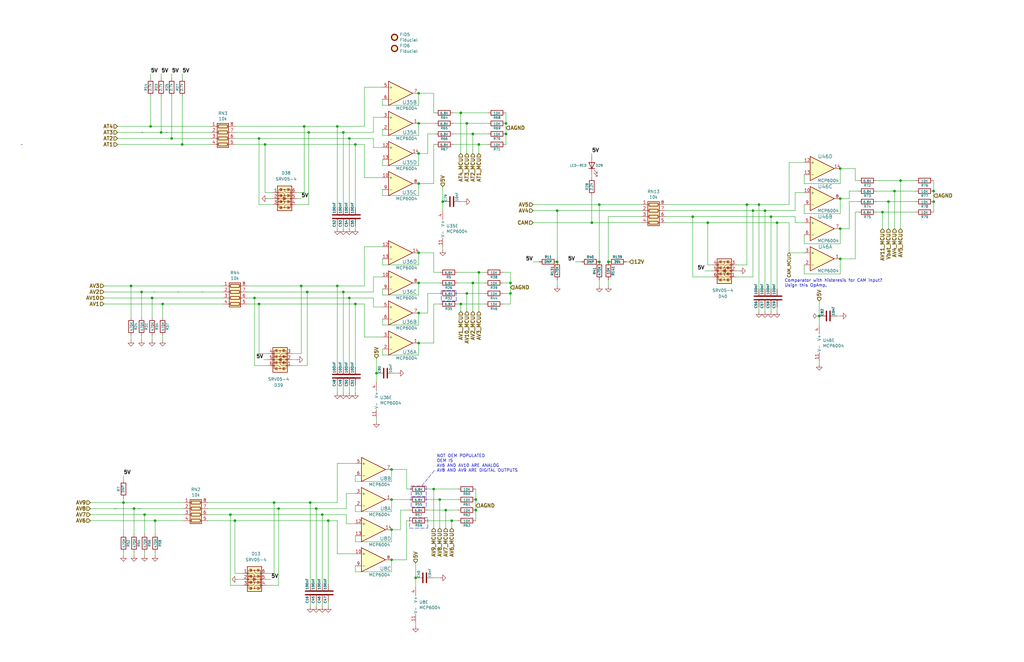
<source format=kicad_sch>
(kicad_sch (version 20250114) (generator "eeschema") (generator_version "9.0")
  (paper "B")
  (title_block (title "microRusEFI-2L") (date "2020-05-24") (rev "R0.5.2") (company "rusEFI.com") (comment 1 "Donald Becker") (comment 2 "AI6OD"))
  (text "Comparator with histeresis for CAM input?\nUsign this OpAmp." (at 330.835 121.285 0) (effects (font (size 1.27 1.27)) (justify left bottom)))
  (text "NOT OEM POPULATED\nOEM IS \nAV6 AND AV10 ARE ANALOG\nAV8 AND AV9 ARE DIGITAL OUTPUTS" (at 184.15 199.39 0) (effects (font (size 1.27 1.27)) (justify left bottom)))
  (junction (at 64.135 125.73))
  (junction (at 215.265 123.825))
  (junction (at 182.88 206.375))
  (junction (at 142.24 53.34))
  (junction (at 144.78 55.88))
  (junction (at 377.19 80.645))
  (junction (at 256.54 110.49))
  (junction (at 379.73 76.2))
  (junction (at 196.85 52.07))
  (junction (at 165.1 223.52))
  (junction (at 249.555 93.98))
  (junction (at 130.81 212.09))
  (junction (at 133.35 214.63))
  (junction (at 176.53 119.38))
  (junction (at 68.58 128.27))
  (junction (at 147.32 125.73))
  (junction (at 176.53 64.77))
  (junction (at 186.69 85.09))
  (junction (at 234.95 110.49))
  (junction (at 158.75 157.48))
  (junction (at 199.39 119.38))
  (junction (at 176.53 52.07))
  (junction (at 59.69 123.19))
  (junction (at 107.315 125.73))
  (junction (at 176.53 106.68))
  (junction (at 135.89 217.17))
  (junction (at 194.31 128.27))
  (junction (at 201.93 60.96))
  (junction (at 393.7 80.645))
  (junction (at 213.36 56.515))
  (junction (at 215.265 119.38))
  (junction (at 138.43 219.71))
  (junction (at 176.53 144.78))
  (junction (at 200.66 210.82))
  (junction (at 345.44 133.35))
  (junction (at 201.93 114.935))
  (junction (at 115.57 212.09))
  (junction (at 196.85 123.825))
  (junction (at 252.73 110.49))
  (junction (at 322.58 88.9))
  (junction (at 165.1 198.12))
  (junction (at 76.835 60.96))
  (junction (at 374.65 85.09))
  (junction (at 327.66 93.98))
  (junction (at 185.42 210.82))
  (junction (at 109.22 128.27))
  (junction (at 128.27 53.34))
  (junction (at 127 120.65))
  (junction (at 190.5 219.71))
  (junction (at 176.53 132.08))
  (junction (at 109.22 58.42))
  (junction (at 194.31 47.625))
  (junction (at 56.515 214.63))
  (junction (at 298.45 93.98))
  (junction (at 165.1 210.82))
  (junction (at 65.405 219.71))
  (junction (at 252.73 86.36))
  (junction (at 292.1 91.44))
  (junction (at 176.53 39.37))
  (junction (at 144.78 123.19))
  (junction (at 320.04 86.36))
  (junction (at 234.95 88.9))
  (junction (at 63.5 53.34))
  (junction (at 117.475 214.63))
  (junction (at 149.86 128.27))
  (junction (at 354.33 96.52))
  (junction (at 200.66 215.265))
  (junction (at 199.39 56.515))
  (junction (at 393.7 85.09))
  (junction (at 187.96 215.265))
  (junction (at 130.175 55.88))
  (junction (at 52.07 212.09))
  (junction (at 149.86 60.96))
  (junction (at 354.33 71.12))
  (junction (at 176.53 77.47))
  (junction (at 354.33 83.82))
  (junction (at 97.155 217.17))
  (junction (at 354.33 109.22))
  (junction (at 67.945 55.88))
  (junction (at 317.5 88.9))
  (junction (at 325.12 91.44))
  (junction (at 129.54 123.19))
  (junction (at 99.06 219.71))
  (junction (at 175.26 243.84))
  (junction (at 213.36 52.07))
  (junction (at 314.96 86.36))
  (junction (at 111.76 60.96))
  (junction (at 55.245 120.65))
  (junction (at 147.32 58.42))
  (junction (at 165.1 236.22))
  (junction (at 142.24 120.65))
  (junction (at 72.39 58.42))
  (junction (at 372.11 89.535))
  (junction (at 60.96 217.17))
  (wire (pts (xy 142.24 120.65) (xy 142.24 154.94)))
  (polyline (pts (xy 172.72 222.885) (xy 180.34 222.885)) (stroke (width 0) (type dash)))
  (wire (pts (xy 332.74 106.68) (xy 332.74 93.98)))
  (wire (pts (xy 180.34 219.71) (xy 190.5 219.71)))
  (wire (pts (xy 107.315 154.305) (xy 107.315 125.73)))
  (wire (pts (xy 182.88 144.78) (xy 182.88 128.27)))
  (wire (pts (xy 38.1 212.09) (xy 52.07 212.09)))
  (wire (pts (xy 182.88 206.375) (xy 193.04 206.375)))
  (wire (pts (xy 161.29 82.55) (xy 161.29 80.01)))
  (wire (pts (xy 335.28 81.28) (xy 339.09 81.28)))
  (wire (pts (xy 165.1 215.9) (xy 165.1 210.82)))
  (wire (pts (xy 52.07 200.66) (xy 52.07 202.565)))
  (wire (pts (xy 97.155 217.17) (xy 135.89 217.17)))
  (wire (pts (xy 249.555 93.98) (xy 270.51 93.98)))
  (wire (pts (xy 149.86 213.36) (xy 149.86 215.9)))
  (wire (pts (xy 158.75 151.13) (xy 158.75 157.48)))
  (polyline (pts (xy 192.405 127) (xy 192.405 122.555)) (stroke (width 0) (type dash)))
  (wire (pts (xy 142.24 195.58) (xy 142.24 212.09)))
  (wire (pts (xy 109.22 128.27) (xy 149.86 128.27)))
  (wire (pts (xy 182.88 222.885) (xy 182.88 206.375)))
  (wire (pts (xy 55.245 141.605) (xy 55.245 143.51)))
  (wire (pts (xy 292.1 91.44) (xy 292.1 116.84)))
  (wire (pts (xy 99.06 58.42) (xy 109.22 58.42)))
  (wire (pts (xy 234.95 88.9) (xy 270.51 88.9)))
  (wire (pts (xy 325.12 129.54) (xy 325.12 131.445)))
  (wire (pts (xy 138.43 246.38) (xy 138.43 219.71)))
  (wire (pts (xy 215.265 119.38) (xy 215.265 123.825)))
  (wire (pts (xy 327.66 93.98) (xy 327.66 121.92)))
  (wire (pts (xy 60.96 233.045) (xy 60.96 234.315)))
  (wire (pts (xy 149.86 215.9) (xy 165.1 215.9)))
  (wire (pts (xy 310.515 114.3) (xy 311.785 114.3)))
  (wire (pts (xy 320.04 131.445) (xy 320.04 129.54)))
  (polyline (pts (xy 192.405 122.555) (xy 186.055 122.555)) (stroke (width 0) (type dash)))
  (wire (pts (xy 144.78 123.19) (xy 157.48 123.19)))
  (polyline (pts (xy 173.355 205.105) (xy 173.355 213.995)) (stroke (width 0) (type dash)))
  (wire (pts (xy 180.34 132.08) (xy 180.34 123.825)))
  (polyline (pts (xy 58.42 214.63) (xy 59.055 214.63)) (stroke (width 0) (type dash)))
  (wire (pts (xy 153.67 36.83) (xy 153.67 53.34)))
  (wire (pts (xy 335.28 91.44) (xy 335.28 93.98)))
  (wire (pts (xy 194.31 64.77) (xy 194.31 47.625)))
  (wire (pts (xy 112.395 241.935) (xy 115.57 241.935)))
  (wire (pts (xy 129.54 123.19) (xy 144.78 123.19)))
  (wire (pts (xy 49.53 55.88) (xy 67.945 55.88)))
  (wire (pts (xy 113.03 83.82) (xy 114.935 83.82)))
  (wire (pts (xy 325.12 91.44) (xy 292.1 91.44)))
  (wire (pts (xy 149.86 128.27) (xy 153.67 128.27)))
  (wire (pts (xy 149.86 162.56) (xy 149.86 165.735)))
  (wire (pts (xy 280.67 93.98) (xy 298.45 93.98)))
  (wire (pts (xy 332.74 68.58) (xy 339.09 68.58)))
  (wire (pts (xy 87.63 217.17) (xy 97.155 217.17)))
  (wire (pts (xy 49.53 58.42) (xy 72.39 58.42)))
  (wire (pts (xy 144.78 154.94) (xy 144.78 123.19)))
  (wire (pts (xy 185.42 222.885) (xy 185.42 210.82)))
  (wire (pts (xy 377.19 96.52) (xy 377.19 80.645)))
  (wire (pts (xy 320.04 121.92) (xy 320.04 86.36)))
  (wire (pts (xy 161.29 121.92) (xy 161.29 124.46)))
  (wire (pts (xy 130.81 254) (xy 130.81 255.905)))
  (wire (pts (xy 113.03 154.305) (xy 107.315 154.305)))
  (wire (pts (xy 176.53 82.55) (xy 176.53 77.47)))
  (wire (pts (xy 60.96 225.425) (xy 60.96 217.17)))
  (wire (pts (xy 194.31 47.625) (xy 205.74 47.625)))
  (wire (pts (xy 176.53 149.86) (xy 176.53 144.78)))
  (wire (pts (xy 393.7 76.2) (xy 393.7 80.645)))
  (wire (pts (xy 43.815 125.73) (xy 64.135 125.73)))
  (polyline (pts (xy 59.69 55.88) (xy 60.325 55.88)) (stroke (width 0) (type dash)))
  (polyline (pts (xy 179.705 205.105) (xy 179.705 213.995)) (stroke (width 0) (type dash)))
  (wire (pts (xy 109.22 86.36) (xy 114.935 86.36)))
  (wire (pts (xy 161.29 124.46) (xy 176.53 124.46)))
  (wire (pts (xy 297.18 114.3) (xy 300.355 114.3)))
  (wire (pts (xy 149.86 87.63) (xy 149.86 60.96)))
  (wire (pts (xy 55.245 120.65) (xy 93.98 120.65)))
  (wire (pts (xy 200.66 210.82) (xy 200.66 215.265)))
  (wire (pts (xy 114.935 81.28) (xy 111.76 81.28)))
  (wire (pts (xy 280.67 86.36) (xy 314.96 86.36)))
  (wire (pts (xy 196.85 123.825) (xy 204.47 123.825)))
  (wire (pts (xy 360.68 71.12) (xy 354.33 71.12)))
  (wire (pts (xy 144.78 55.88) (xy 157.48 55.88)))
  (wire (pts (xy 182.88 114.935) (xy 185.42 114.935)))
  (wire (pts (xy 298.45 93.98) (xy 298.45 111.76)))
  (wire (pts (xy 249.555 82.55) (xy 249.555 93.98)))
  (wire (pts (xy 72.39 31.115) (xy 72.39 33.02)))
  (wire (pts (xy 201.93 60.96) (xy 205.74 60.96)))
  (polyline (pts (xy 8.89 60.96) (xy 9.525 60.96)) (stroke (width 0) (type dash)))
  (wire (pts (xy 317.5 116.84) (xy 317.5 88.9)))
  (wire (pts (xy 65.405 225.425) (xy 65.405 219.71)))
  (wire (pts (xy 354.33 96.52) (xy 358.14 96.52)))
  (wire (pts (xy 76.835 60.96) (xy 88.9 60.96)))
  (wire (pts (xy 157.48 125.73) (xy 157.48 129.54)))
  (wire (pts (xy 213.36 52.07) (xy 213.36 56.515)))
  (wire (pts (xy 149.86 228.6) (xy 149.86 226.06)))
  (polyline (pts (xy 177.8 205.105) (xy 183.515 198.12)) (stroke (width 0) (type dash)))
  (wire (pts (xy 176.53 69.85) (xy 176.53 64.77)))
  (wire (pts (xy 64.135 133.985) (xy 64.135 125.73)))
  (wire (pts (xy 102.235 241.935) (xy 99.06 241.935)))
  (wire (pts (xy 133.35 254) (xy 133.35 255.905)))
  (wire (pts (xy 332.74 106.68) (xy 339.09 106.68)))
  (wire (pts (xy 215.265 128.27) (xy 212.09 128.27)))
  (wire (pts (xy 115.57 212.09) (xy 130.81 212.09)))
  (wire (pts (xy 339.09 77.47) (xy 354.33 77.47)))
  (wire (pts (xy 161.29 137.16) (xy 176.53 137.16)))
  (wire (pts (xy 193.04 123.825) (xy 196.85 123.825)))
  (wire (pts (xy 153.67 104.14) (xy 153.67 120.65)))
  (wire (pts (xy 130.175 86.36) (xy 130.175 55.88)))
  (wire (pts (xy 191.135 56.515) (xy 199.39 56.515)))
  (polyline (pts (xy 173.355 213.995) (xy 179.705 213.995)) (stroke (width 0) (type dash)))
  (wire (pts (xy 369.57 76.2) (xy 379.73 76.2)))
  (wire (pts (xy 372.11 89.535) (xy 386.08 89.535)))
  (wire (pts (xy 213.36 56.515) (xy 213.36 60.96)))
  (polyline (pts (xy 48.26 214.63) (xy 48.895 214.63)) (stroke (width 0) (type dash)))
  (wire (pts (xy 358.14 96.52) (xy 358.14 85.09)))
  (wire (pts (xy 149.86 228.6) (xy 165.1 228.6)))
  (wire (pts (xy 360.68 89.535) (xy 360.68 109.22)))
  (wire (pts (xy 360.68 76.2) (xy 361.95 76.2)))
  (wire (pts (xy 180.34 123.825) (xy 185.42 123.825)))
  (wire (pts (xy 59.69 123.19) (xy 59.69 133.985)))
  (wire (pts (xy 175.26 262.89) (xy 175.26 264.16)))
  (wire (pts (xy 193.04 114.935) (xy 201.93 114.935)))
  (wire (pts (xy 379.73 96.52) (xy 379.73 76.2)))
  (wire (pts (xy 104.14 125.73) (xy 107.315 125.73)))
  (wire (pts (xy 393.7 80.645) (xy 393.7 85.09)))
  (wire (pts (xy 310.515 116.84) (xy 317.5 116.84)))
  (wire (pts (xy 213.36 47.625) (xy 213.36 52.07)))
  (wire (pts (xy 133.35 246.38) (xy 133.35 214.63)))
  (wire (pts (xy 109.22 58.42) (xy 109.22 86.36)))
  (wire (pts (xy 369.57 85.09) (xy 374.65 85.09)))
  (wire (pts (xy 149.86 95.25) (xy 149.86 96.52)))
  (wire (pts (xy 142.24 233.68) (xy 149.86 233.68)))
  (wire (pts (xy 200.66 206.375) (xy 200.66 210.82)))
  (wire (pts (xy 339.09 90.17) (xy 354.33 90.17)))
  (wire (pts (xy 300.355 111.76) (xy 298.45 111.76)))
  (wire (pts (xy 72.39 40.64) (xy 72.39 58.42)))
  (wire (pts (xy 335.28 93.98) (xy 339.09 93.98)))
  (wire (pts (xy 149.86 241.3) (xy 165.1 241.3)))
  (wire (pts (xy 182.88 47.625) (xy 183.515 47.625)))
  (wire (pts (xy 142.24 219.71) (xy 142.24 233.68)))
  (wire (pts (xy 149.86 241.3) (xy 149.86 238.76)))
  (wire (pts (xy 135.89 217.17) (xy 146.05 217.17)))
  (wire (pts (xy 63.5 53.34) (xy 88.9 53.34)))
  (wire (pts (xy 135.89 246.38) (xy 135.89 217.17)))
  (wire (pts (xy 153.67 60.96) (xy 153.67 74.93)))
  (wire (pts (xy 335.28 81.28) (xy 335.28 88.9)))
  (wire (pts (xy 87.63 212.09) (xy 115.57 212.09)))
  (wire (pts (xy 123.19 149.225) (xy 127 149.225)))
  (wire (pts (xy 180.34 56.515) (xy 183.515 56.515)))
  (wire (pts (xy 212.09 114.935) (xy 215.265 114.935)))
  (wire (pts (xy 157.48 116.84) (xy 157.48 123.19)))
  (wire (pts (xy 149.86 195.58) (xy 142.24 195.58)))
  (wire (pts (xy 369.57 89.535) (xy 372.11 89.535)))
  (wire (pts (xy 175.26 243.84) (xy 175.26 247.65)))
  (wire (pts (xy 43.815 128.27) (xy 68.58 128.27)))
  (wire (pts (xy 158.75 176.53) (xy 158.75 177.8)))
  (wire (pts (xy 161.29 36.83) (xy 153.67 36.83)))
  (wire (pts (xy 322.58 121.92) (xy 322.58 88.9)))
  (wire (pts (xy 59.69 123.19) (xy 93.98 123.19)))
  (wire (pts (xy 161.29 137.16) (xy 161.29 134.62)))
  (wire (pts (xy 212.09 119.38) (xy 215.265 119.38)))
  (wire (pts (xy 128.27 53.34) (xy 142.24 53.34)))
  (wire (pts (xy 111.125 151.765) (xy 113.03 151.765)))
  (wire (pts (xy 149.86 60.96) (xy 153.67 60.96)))
  (wire (pts (xy 186.69 104.14) (xy 186.69 105.41)))
  (wire (pts (xy 109.22 149.225) (xy 109.22 128.27)))
  (wire (pts (xy 176.53 119.38) (xy 185.42 119.38)))
  (wire (pts (xy 146.05 217.17) (xy 146.05 220.98)))
  (wire (pts (xy 52.07 212.09) (xy 77.47 212.09)))
  (wire (pts (xy 52.07 210.185) (xy 52.07 212.09)))
  (wire (pts (xy 201.93 131.445) (xy 201.93 114.935)))
  (wire (pts (xy 127 120.65) (xy 142.24 120.65)))
  (wire (pts (xy 123.19 151.765) (xy 125.095 151.765)))
  (wire (pts (xy 99.06 219.71) (xy 138.43 219.71)))
  (wire (pts (xy 123.19 154.305) (xy 129.54 154.305)))
  (wire (pts (xy 314.96 86.36) (xy 320.04 86.36)))
  (wire (pts (xy 224.79 88.9) (xy 234.95 88.9)))
  (wire (pts (xy 102.235 247.015) (xy 97.155 247.015)))
  (wire (pts (xy 176.53 124.46) (xy 176.53 119.38)))
  (wire (pts (xy 52.07 233.045) (xy 52.07 234.315)))
  (wire (pts (xy 63.5 40.64) (xy 63.5 53.34)))
  (wire (pts (xy 161.29 44.45) (xy 161.29 41.91)))
  (wire (pts (xy 196.85 52.07) (xy 205.74 52.07)))
  (wire (pts (xy 161.29 104.14) (xy 153.67 104.14)))
  (wire (pts (xy 65.405 233.045) (xy 65.405 234.315)))
  (wire (pts (xy 144.78 162.56) (xy 144.78 165.735)))
  (wire (pts (xy 358.14 80.645) (xy 361.95 80.645)))
  (wire (pts (xy 264.16 110.49) (xy 265.43 110.49)))
  (wire (pts (xy 43.815 123.19) (xy 59.69 123.19)))
  (wire (pts (xy 107.315 125.73) (xy 147.32 125.73)))
  (wire (pts (xy 182.88 243.84) (xy 185.42 243.84)))
  (wire (pts (xy 161.29 82.55) (xy 176.53 82.55)))
  (wire (pts (xy 133.35 214.63) (xy 146.05 214.63)))
  (wire (pts (xy 165.1 236.22) (xy 171.45 236.22)))
  (wire (pts (xy 212.09 123.825) (xy 215.265 123.825)))
  (wire (pts (xy 180.34 64.77) (xy 180.34 56.515)))
  (wire (pts (xy 256.54 120.65) (xy 256.54 118.11)))
  (wire (pts (xy 165.1 241.3) (xy 165.1 236.22)))
  (wire (pts (xy 147.32 95.25) (xy 147.32 96.52)))
  (wire (pts (xy 252.73 86.36) (xy 270.51 86.36)))
  (polyline (pts (xy 172.72 218.44) (xy 172.72 222.885)) (stroke (width 0) (type dash)))
  (wire (pts (xy 166.37 157.48) (xy 167.64 157.48)))
  (wire (pts (xy 191.135 52.07) (xy 196.85 52.07)))
  (wire (pts (xy 317.5 88.9) (xy 322.58 88.9)))
  (wire (pts (xy 252.73 110.49) (xy 252.73 86.36)))
  (wire (pts (xy 144.78 95.25) (xy 144.78 96.52)))
  (wire (pts (xy 358.14 83.82) (xy 358.14 80.645)))
  (wire (pts (xy 332.74 86.36) (xy 332.74 68.58)))
  (wire (pts (xy 176.53 77.47) (xy 182.88 77.47)))
  (wire (pts (xy 109.22 58.42) (xy 147.32 58.42)))
  (wire (pts (xy 157.48 62.23) (xy 161.29 62.23)))
  (wire (pts (xy 168.91 223.52) (xy 168.91 215.265)))
  (polyline (pts (xy 180.34 222.885) (xy 180.34 218.44)) (stroke (width 0) (type dash)))
  (wire (pts (xy 147.32 87.63) (xy 147.32 58.42)))
  (wire (pts (xy 142.24 120.65) (xy 153.67 120.65)))
  (polyline (pts (xy 186.055 127) (xy 192.405 127)) (stroke (width 0) (type dash)))
  (wire (pts (xy 168.91 215.265) (xy 172.72 215.265)))
  (wire (pts (xy 360.68 76.2) (xy 360.68 71.12)))
  (wire (pts (xy 149.86 208.28) (xy 146.05 208.28)))
  (wire (pts (xy 112.395 247.015) (xy 117.475 247.015)))
  (wire (pts (xy 191.135 60.96) (xy 201.93 60.96)))
  (wire (pts (xy 165.1 203.2) (xy 165.1 198.12)))
  (wire (pts (xy 43.815 120.65) (xy 55.245 120.65)))
  (wire (pts (xy 176.53 106.68) (xy 182.88 106.68)))
  (wire (pts (xy 182.88 39.37) (xy 182.88 47.625)))
  (wire (pts (xy 199.39 119.38) (xy 204.47 119.38)))
  (wire (pts (xy 171.45 198.12) (xy 171.45 206.375)))
  (wire (pts (xy 165.1 223.52) (xy 168.91 223.52)))
  (wire (pts (xy 199.39 131.445) (xy 199.39 119.38)))
  (wire (pts (xy 161.29 116.84) (xy 157.48 116.84)))
  (polyline (pts (xy 74.93 123.19) (xy 75.565 123.19)) (stroke (width 0) (type dash)))
  (wire (pts (xy 161.29 44.45) (xy 176.53 44.45)))
  (wire (pts (xy 215.265 123.825) (xy 215.265 128.27)))
  (wire (pts (xy 191.135 47.625) (xy 194.31 47.625)))
  (wire (pts (xy 176.53 137.16) (xy 176.53 132.08)))
  (wire (pts (xy 161.29 57.15) (xy 176.53 57.15)))
  (wire (pts (xy 354.33 83.82) (xy 358.14 83.82)))
  (wire (pts (xy 176.53 57.15) (xy 176.53 52.07)))
  (wire (pts (xy 149.86 203.2) (xy 165.1 203.2)))
  (wire (pts (xy 87.63 214.63) (xy 117.475 214.63)))
  (wire (pts (xy 322.58 88.9) (xy 335.28 88.9)))
  (wire (pts (xy 234.95 118.11) (xy 234.95 120.65)))
  (wire (pts (xy 67.945 40.64) (xy 67.945 55.88)))
  (wire (pts (xy 125.095 81.28) (xy 128.27 81.28)))
  (wire (pts (xy 56.515 214.63) (xy 77.47 214.63)))
  (wire (pts (xy 345.44 133.35) (xy 345.44 137.16)))
  (wire (pts (xy 135.89 254) (xy 135.89 255.905)))
  (wire (pts (xy 200.66 215.265) (xy 200.66 219.71)))
  (wire (pts (xy 196.85 64.77) (xy 196.85 52.07)))
  (wire (pts (xy 49.53 60.96) (xy 76.835 60.96)))
  (wire (pts (xy 339.09 111.76) (xy 339.09 115.57)))
  (wire (pts (xy 360.68 89.535) (xy 361.95 89.535)))
  (wire (pts (xy 129.54 154.305) (xy 129.54 123.19)))
  (wire (pts (xy 372.11 96.52) (xy 372.11 89.535)))
  (wire (pts (xy 300.355 116.84) (xy 292.1 116.84)))
  (wire (pts (xy 138.43 219.71) (xy 142.24 219.71)))
  (wire (pts (xy 339.09 86.36) (xy 339.09 90.17)))
  (wire (pts (xy 67.945 55.88) (xy 88.9 55.88)))
  (wire (pts (xy 193.04 119.38) (xy 199.39 119.38)))
  (wire (pts (xy 56.515 225.425) (xy 56.515 214.63)))
  (wire (pts (xy 125.095 83.82) (xy 127 83.82)))
  (wire (pts (xy 186.69 78.74) (xy 186.69 85.09)))
  (wire (pts (xy 142.24 95.25) (xy 142.24 96.52)))
  (wire (pts (xy 142.24 162.56) (xy 142.24 165.735)))
  (wire (pts (xy 161.29 49.53) (xy 157.48 49.53)))
  (wire (pts (xy 256.54 110.49) (xy 256.54 91.44)))
  (wire (pts (xy 379.73 76.2) (xy 386.08 76.2)))
  (wire (pts (xy 196.85 131.445) (xy 196.85 123.825)))
  (wire (pts (xy 249.555 64.77) (xy 249.555 66.04)))
  (wire (pts (xy 68.58 141.605) (xy 68.58 143.51)))
  (wire (pts (xy 153.67 128.27) (xy 153.67 142.24)))
  (wire (pts (xy 256.54 91.44) (xy 270.51 91.44)))
  (wire (pts (xy 161.29 69.85) (xy 176.53 69.85)))
  (wire (pts (xy 249.555 73.66) (xy 249.555 74.93)))
  (wire (pts (xy 194.31 131.445) (xy 194.31 128.27)))
  (wire (pts (xy 99.06 60.96) (xy 111.76 60.96)))
  (wire (pts (xy 393.7 85.09) (xy 393.7 89.535)))
  (wire (pts (xy 65.405 219.71) (xy 77.47 219.71)))
  (wire (pts (xy 161.29 111.76) (xy 161.29 109.22)))
  (wire (pts (xy 157.48 129.54) (xy 161.29 129.54)))
  (wire (pts (xy 339.09 102.87) (xy 354.33 102.87)))
  (wire (pts (xy 193.04 128.27) (xy 194.31 128.27)))
  (wire (pts (xy 38.1 217.17) (xy 60.96 217.17)))
  (wire (pts (xy 104.14 123.19) (xy 129.54 123.19)))
  (polyline (pts (xy 173.355 205.105) (xy 179.705 205.105)) (stroke (width 0) (type dash)))
  (wire (pts (xy 63.5 31.115) (xy 63.5 33.02)))
  (wire (pts (xy 147.32 162.56) (xy 147.32 165.735)))
  (polyline (pts (xy 64.77 123.19) (xy 65.405 123.19)) (stroke (width 0) (type dash)))
  (wire (pts (xy 339.09 99.06) (xy 339.09 102.87)))
  (wire (pts (xy 354.33 109.22) (xy 360.68 109.22)))
  (wire (pts (xy 76.835 31.115) (xy 76.835 33.02)))
  (wire (pts (xy 149.86 203.2) (xy 149.86 200.66)))
  (wire (pts (xy 59.69 141.605) (xy 59.69 143.51)))
  (wire (pts (xy 176.53 111.76) (xy 176.53 106.68)))
  (wire (pts (xy 245.11 110.49) (xy 242.57 110.49)))
  (wire (pts (xy 49.53 53.34) (xy 63.5 53.34)))
  (wire (pts (xy 130.175 55.88) (xy 144.78 55.88)))
  (wire (pts (xy 345.44 127) (xy 345.44 133.35)))
  (wire (pts (xy 377.19 80.645) (xy 386.08 80.645)))
  (wire (pts (xy 158.75 157.48) (xy 158.75 161.29)))
  (wire (pts (xy 182.88 128.27) (xy 185.42 128.27)))
  (wire (pts (xy 125.095 86.36) (xy 130.175 86.36)))
  (wire (pts (xy 99.06 53.34) (xy 128.27 53.34)))
  (wire (pts (xy 194.31 85.09) (xy 195.58 85.09)))
  (wire (pts (xy 111.76 60.96) (xy 149.86 60.96)))
  (wire (pts (xy 252.73 118.11) (xy 252.73 120.65)))
  (wire (pts (xy 100.33 244.475) (xy 102.235 244.475)))
  (wire (pts (xy 176.53 64.77) (xy 180.34 64.77)))
  (wire (pts (xy 142.24 53.34) (xy 142.24 87.63)))
  (wire (pts (xy 171.45 206.375) (xy 172.72 206.375)))
  (wire (pts (xy 325.12 121.92) (xy 325.12 91.44)))
  (wire (pts (xy 128.27 81.28) (xy 128.27 53.34)))
  (wire (pts (xy 186.69 85.09) (xy 186.69 88.9)))
  (wire (pts (xy 146.05 220.98) (xy 149.86 220.98)))
  (wire (pts (xy 314.96 111.76) (xy 310.515 111.76)))
  (wire (pts (xy 60.96 217.17) (xy 77.47 217.17)))
  (wire (pts (xy 99.06 55.88) (xy 130.175 55.88)))
  (wire (pts (xy 153.67 142.24) (xy 161.29 142.24)))
  (wire (pts (xy 215.265 114.935) (xy 215.265 119.38)))
  (wire (pts (xy 234.95 110.49) (xy 234.95 88.9)))
  (wire (pts (xy 194.31 128.27) (xy 204.47 128.27)))
  (polyline (pts (xy 180.34 218.44) (xy 172.72 218.44)) (stroke (width 0) (type dash)))
  (wire (pts (xy 322.58 129.54) (xy 322.58 131.445)))
  (wire (pts (xy 64.135 141.605) (xy 64.135 143.51)))
  (wire (pts (xy 180.34 206.375) (xy 182.88 206.375)))
  (wire (pts (xy 161.29 54.61) (xy 161.29 57.15)))
  (wire (pts (xy 144.78 87.63) (xy 144.78 55.88)))
  (wire (pts (xy 142.24 53.34) (xy 153.67 53.34)))
  (wire (pts (xy 147.32 58.42) (xy 157.48 58.42)))
  (polyline (pts (xy 179.705 209.55) (xy 173.355 209.55)) (stroke (width 0) (type dash)))
  (wire (pts (xy 190.5 219.71) (xy 193.04 219.71)))
  (wire (pts (xy 176.53 52.07) (xy 183.515 52.07)))
  (wire (pts (xy 72.39 58.42) (xy 88.9 58.42)))
  (wire (pts (xy 67.945 31.115) (xy 67.945 33.02)))
  (wire (pts (xy 76.835 40.64) (xy 76.835 60.96)))
  (wire (pts (xy 298.45 93.98) (xy 327.66 93.98)))
  (wire (pts (xy 180.34 215.265) (xy 187.96 215.265)))
  (wire (pts (xy 176.53 39.37) (xy 182.88 39.37)))
  (wire (pts (xy 161.29 111.76) (xy 176.53 111.76)))
  (wire (pts (xy 147.32 154.94) (xy 147.32 125.73)))
  (wire (pts (xy 64.135 125.73) (xy 93.98 125.73)))
  (wire (pts (xy 354.33 115.57) (xy 354.33 109.22)))
  (wire (pts (xy 176.53 144.78) (xy 182.88 144.78)))
  (wire (pts (xy 201.93 64.77) (xy 201.93 60.96)))
  (wire (pts (xy 55.245 133.985) (xy 55.245 120.65)))
  (wire (pts (xy 187.96 222.885) (xy 187.96 215.265)))
  (wire (pts (xy 157.48 49.53) (xy 157.48 55.88)))
  (wire (pts (xy 171.45 236.22) (xy 171.45 219.71)))
  (wire (pts (xy 146.05 208.28) (xy 146.05 214.63)))
  (wire (pts (xy 354.33 90.17) (xy 354.33 83.82)))
  (wire (pts (xy 171.45 219.71) (xy 172.72 219.71)))
  (wire (pts (xy 320.04 86.36) (xy 332.74 86.36)))
  (wire (pts (xy 187.96 215.265) (xy 193.04 215.265)))
  (wire (pts (xy 180.34 210.82) (xy 185.42 210.82)))
  (wire (pts (xy 175.26 237.49) (xy 175.26 243.84)))
  (wire (pts (xy 165.1 228.6) (xy 165.1 223.52)))
  (wire (pts (xy 345.44 152.4) (xy 345.44 153.67)))
  (wire (pts (xy 182.88 106.68) (xy 182.88 114.935)))
  (wire (pts (xy 149.86 154.94) (xy 149.86 128.27)))
  (wire (pts (xy 332.74 93.98) (xy 327.66 93.98)))
  (wire (pts (xy 38.1 214.63) (xy 56.515 214.63)))
  (wire (pts (xy 68.58 133.985) (xy 68.58 128.27)))
  (wire (pts (xy 87.63 219.71) (xy 99.06 219.71)))
  (wire (pts (xy 104.14 128.27) (xy 109.22 128.27)))
  (wire (pts (xy 353.06 133.35) (xy 354.33 133.35)))
  (wire (pts (xy 147.32 125.73) (xy 157.48 125.73)))
  (wire (pts (xy 374.65 96.52) (xy 374.65 85.09)))
  (polyline (pts (xy 186.055 122.555) (xy 186.055 127)) (stroke (width 0) (type dash)))
  (wire (pts (xy 354.33 102.87) (xy 354.33 96.52)))
  (wire (pts (xy 176.53 132.08) (xy 180.34 132.08)))
  (wire (pts (xy 224.79 86.36) (xy 252.73 86.36)))
  (wire (pts (xy 165.1 198.12) (xy 171.45 198.12)))
  (wire (pts (xy 182.88 77.47) (xy 182.88 60.96)))
  (wire (pts (xy 374.65 85.09) (xy 386.08 85.09)))
  (wire (pts (xy 224.79 93.98) (xy 249.555 93.98)))
  (wire (pts (xy 161.29 149.86) (xy 176.53 149.86)))
  (wire (pts (xy 354.33 77.47) (xy 354.33 71.12)))
  (wire (pts (xy 280.67 91.44) (xy 292.1 91.44)))
  (wire (pts (xy 161.29 69.85) (xy 161.29 67.31)))
  (wire (pts (xy 199.39 64.77) (xy 199.39 56.515)))
  (wire (pts (xy 111.76 81.28) (xy 111.76 60.96)))
  (wire (pts (xy 52.07 225.425) (xy 52.07 212.09)))
  (wire (pts (xy 99.06 241.935) (xy 99.06 219.71)))
  (wire (pts (xy 157.48 58.42) (xy 157.48 62.23)))
  (wire (pts (xy 153.67 74.93) (xy 161.29 74.93)))
  (wire (pts (xy 314.96 111.76) (xy 314.96 86.36)))
  (wire (pts (xy 339.09 73.66) (xy 339.09 77.47)))
  (wire (pts (xy 117.475 214.63) (xy 133.35 214.63)))
  (wire (pts (xy 199.39 56.515) (xy 205.74 56.515)))
  (wire (pts (xy 176.53 44.45) (xy 176.53 39.37)))
  (polyline (pts (xy 85.09 123.19) (xy 85.725 123.19)) (stroke (width 0) (type dash)))
  (polyline (pts (xy 69.85 55.88) (xy 70.485 55.88)) (stroke (width 0) (type dash)))
  (wire (pts (xy 227.33 110.49) (xy 224.79 110.49)))
  (wire (pts (xy 280.67 88.9) (xy 317.5 88.9)))
  (wire (pts (xy 113.03 149.225) (xy 109.22 149.225)))
  (wire (pts (xy 165.1 210.82) (xy 172.72 210.82)))
  (wire (pts (xy 68.58 128.27) (xy 93.98 128.27)))
  (wire (pts (xy 185.42 210.82) (xy 193.04 210.82)))
  (wire (pts (xy 201.93 114.935) (xy 204.47 114.935)))
  (wire (pts (xy 358.14 85.09) (xy 361.95 85.09)))
  (wire (pts (xy 325.12 91.44) (xy 335.28 91.44)))
  (wire (pts (xy 138.43 254) (xy 138.43 255.905)))
  (wire (pts (xy 339.09 115.57) (xy 354.33 115.57)))
  (wire (pts (xy 112.395 244.475) (xy 114.3 244.475)))
  (wire (pts (xy 183.515 60.96) (xy 182.88 60.96)))
  (wire (pts (xy 97.155 247.015) (xy 97.155 217.17)))
  (wire (pts (xy 56.515 233.045) (xy 56.515 234.315)))
  (wire (pts (xy 130.81 212.09) (xy 130.81 246.38)))
  (wire (pts (xy 127 149.225) (xy 127 120.65)))
  (wire (pts (xy 117.475 247.015) (xy 117.475 214.63)))
  (wire (pts (xy 190.5 222.885) (xy 190.5 219.71)))
  (wire (pts (xy 38.1 219.71) (xy 65.405 219.71)))
  (wire (pts (xy 104.14 120.65) (xy 127 120.65)))
  (wire (pts (xy 327.66 129.54) (xy 327.66 131.445)))
  (wire (pts (xy 369.57 80.645) (xy 377.19 80.645)))
  (wire (pts (xy 115.57 241.935) (xy 115.57 212.09)))
  (wire (pts (xy 161.29 149.86) (xy 161.29 147.32)))
  (wire (pts (xy 130.81 212.09) (xy 142.24 212.09)))
  (label "5V" (at 297.18 114.3 180) (effects (font (size 1.524 1.524) (thickness 0.3048) (bold yes))))
  (label "5V" (at 127 83.82 0) (effects (font (size 1.524 1.524) (thickness 0.3048) (bold yes))))
  (label "5V" (at 114.3 244.475 0) (effects (font (size 1.524 1.524) (thickness 0.3048) (bold yes))))
  (label "5V" (at 111.125 151.765 180) (effects (font (size 1.524 1.524) (thickness 0.3048) (bold yes))))
  (label "5V" (at 224.79 110.49 180) (effects (font (size 1.524 1.524) (thickness 0.3048) (bold yes))))
  (label "5V" (at 67.945 31.115 0) (effects (font (size 1.524 1.524) (thickness 0.3048) (bold yes))))
  (label "5V" (at 63.5 31.115 0) (effects (font (size 1.524 1.524) (thickness 0.3048) (bold yes))))
  (label "5V" (at 76.835 31.115 0) (effects (font (size 1.524 1.524) (thickness 0.3048) (bold yes))))
  (label "5V" (at 242.57 110.49 180) (effects (font (size 1.524 1.524) (thickness 0.3048) (bold yes))))
  (label "5V" (at 52.07 200.66 0) (effects (font (size 1.524 1.524) (thickness 0.3048) (bold yes))))
  (label "5V" (at 249.555 64.77 0) (effects (font (size 1.524 1.524) (thickness 0.3048) (bold yes))))
  (label "5V" (at 72.39 31.115 0) (effects (font (size 1.524 1.524) (thickness 0.3048) (bold yes))))
  (hierarchical_label "AT2_MCU" (shape input) (at 199.39 64.77 270) (effects (font (size 1.524 1.524) (thickness 0.3048) (bold yes))))
  (hierarchical_label "AGND" (shape input) (at 213.36 53.975 0) (effects (font (size 1.524 1.524) (thickness 0.3048) (bold yes))))
  (hierarchical_label "AV3_MCU" (shape input) (at 201.93 131.445 270) (effects (font (size 1.524 1.524) (thickness 0.3048) (bold yes))))
  (hierarchical_label "AV7_MCU" (shape input) (at 187.96 222.885 270) (effects (font (size 1.524 1.524) (thickness 0.3048) (bold yes))))
  (hierarchical_label "AGND" (shape input) (at 393.7 82.55 0) (effects (font (size 1.524 1.524) (thickness 0.3048) (bold yes))))
  (hierarchical_label "AT4" (shape input) (at 49.53 53.34 180) (effects (font (size 1.524 1.524) (thickness 0.3048) (bold yes))))
  (hierarchical_label "AV8_MCU" (shape input) (at 185.42 222.885 270) (effects (font (size 1.524 1.524) (thickness 0.3048) (bold yes))))
  (hierarchical_label "AGND" (shape input) (at 200.66 213.36 0) (effects (font (size 1.524 1.524) (thickness 0.3048) (bold yes))))
  (hierarchical_label "AT4_MCU" (shape input) (at 194.31 64.77 270) (effects (font (size 1.524 1.524) (thickness 0.3048) (bold yes))))
  (hierarchical_label "AV1_MCU" (shape input) (at 194.31 131.445 270) (effects (font (size 1.524 1.524) (thickness 0.3048) (bold yes))))
  (hierarchical_label "CAM" (shape input) (at 224.79 93.98 180) (effects (font (size 1.524 1.524) (thickness 0.3048) (bold yes))))
  (hierarchical_label "AT1_MCU" (shape input) (at 201.93 64.77 270) (effects (font (size 1.524 1.524) (thickness 0.3048) (bold yes))))
  (hierarchical_label "CAM_MCU" (shape input) (at 332.74 106.68 270) (effects (font (thickness 0.254) (bold yes))))
  (hierarchical_label "AV9_MCU" (shape input) (at 182.88 222.885 270) (effects (font (size 1.524 1.524) (thickness 0.3048) (bold yes))))
  (hierarchical_label "5V" (shape input) (at 345.44 127 90) (effects (font (size 1.524 1.524) (thickness 0.3048) (bold yes))))
  (hierarchical_label "AV9" (shape input) (at 38.1 212.09 180) (effects (font (size 1.524 1.524) (thickness 0.3048) (bold yes))))
  (hierarchical_label "AT1" (shape input) (at 49.53 60.96 180) (effects (font (size 1.524 1.524) (thickness 0.3048) (bold yes))))
  (hierarchical_label "12V" (shape input) (at 265.43 110.49 0) (effects (font (size 1.524 1.524) (thickness 0.3048) (bold yes))))
  (hierarchical_label "AV7" (shape input) (at 38.1 217.17 180) (effects (font (size 1.524 1.524) (thickness 0.3048) (bold yes))))
  (hierarchical_label "AT2" (shape input) (at 49.53 58.42 180) (effects (font (size 1.524 1.524) (thickness 0.3048) (bold yes))))
  (hierarchical_label "AV8" (shape input) (at 38.1 214.63 180) (effects (font (size 1.524 1.524) (thickness 0.3048) (bold yes))))
  (hierarchical_label "AV5" (shape input) (at 224.79 86.36 180) (effects (font (size 1.524 1.524) (thickness 0.3048) (bold yes))))
  (hierarchical_label "AV11_MCU" (shape input) (at 372.11 96.52 270) (effects (font (size 1.524 1.524) (thickness 0.3048) (bold yes))))
  (hierarchical_label "AV2_MCU" (shape input) (at 199.39 131.445 270) (effects (font (size 1.524 1.524) (thickness 0.3048) (bold yes))))
  (hierarchical_label "AV10" (shape input) (at 43.815 125.73 180) (effects (font (size 1.524 1.524) (thickness 0.3048) (bold yes))))
  (hierarchical_label "AT3_MCU" (shape input) (at 196.85 64.77 270) (effects (font (size 1.524 1.524) (thickness 0.3048) (bold yes))))
  (hierarchical_label "AV6" (shape input) (at 38.1 219.71 180) (effects (font (size 1.524 1.524) (thickness 0.3048) (bold yes))))
  (hierarchical_label "Vbat_MCU" (shape input) (at 374.65 96.52 270) (effects (font (size 1.524 1.524) (thickness 0.3048) (bold yes))))
  (hierarchical_label "AV2" (shape input) (at 43.815 123.19 180) (effects (font (size 1.524 1.524) (thickness 0.3048) (bold yes))))
  (hierarchical_label "AV6_MCU" (shape input) (at 190.5 222.885 270) (effects (font (size 1.524 1.524) (thickness 0.3048) (bold yes))))
  (hierarchical_label "AV3" (shape input) (at 43.815 120.65 180) (effects (font (size 1.524 1.524) (thickness 0.3048) (bold yes))))
  (hierarchical_label "5V" (shape input) (at 186.69 78.74 90) (effects (font (size 1.524 1.524) (thickness 0.3048) (bold yes))))
  (hierarchical_label "AV4_MCU" (shape input) (at 377.19 96.52 270) (effects (font (size 1.524 1.524) (thickness 0.3048) (bold yes))))
  (hierarchical_label "5V" (shape input) (at 158.75 151.13 90) (effects (font (size 1.524 1.524) (thickness 0.3048) (bold yes))))
  (hierarchical_label "AV5_MCU" (shape input) (at 379.73 96.52 270) (effects (font (size 1.524 1.524) (thickness 0.3048) (bold yes))))
  (hierarchical_label "AV10_MCU" (shape input) (at 196.85 131.445 270) (effects (font (size 1.524 1.524) (thickness 0.3048) (bold yes))))
  (hierarchical_label "AT3" (shape input) (at 49.53 55.88 180) (effects (font (size 1.524 1.524) (thickness 0.3048) (bold yes))))
  (hierarchical_label "5V" (shape input) (at 175.26 237.49 90) (effects (font (size 1.524 1.524) (thickness 0.3048) (bold yes))))
  (hierarchical_label "AV1" (shape input) (at 43.815 128.27 180) (effects (font (size 1.524 1.524) (thickness 0.3048) (bold yes))))
  (hierarchical_label "AGND" (shape input) (at 215.265 121.285 0) (effects (font (size 1.524 1.524) (thickness 0.3048) (bold yes))))
  (hierarchical_label "AV4" (shape input) (at 224.79 88.9 180) (effects (font (size 1.524 1.524) (thickness 0.3048) (bold yes))))
  (symbol (lib_id "power:GND") (at 186.69 105.41 0) (unit 1)
    (property "Reference" "#PWR0165" (effects (hide yes)))
    (property "Value" "GND" (effects (hide yes)))
  )
  (symbol (lib_id "Device:C") (at 190.5 85.09 90) (unit 1)
    (property "Reference" "C79" (at 187.96 85.09 0) (effects (font (size 1.016 1.016)) (justify left)))
    (property "Value" "10nF" (at 192.659 84.9376 0) (effects (font (size 1.016 1.016)) (justify left)))
    (property "Footprint" "Capacitor_SMD:C_0603_1608Metric" (effects (hide yes)))
    (property "Part #" "C0603C103K1RACTU" (effects (hide yes)))
    (property "VEND" "DIGI" (effects (hide yes)))
    (property "VEND#" "399-3189-1-ND" (effects (hide yes)))
    (property "Manufacturer" "KEMET" (effects (hide yes)))
    (property "LCSC" "C57112" (effects (hide yes)))
  )
  (symbol (lib_id "power:GND") (at 195.58 85.09 90) (unit 1)
    (property "Reference" "#PWR0168" (effects (hide yes)))
    (property "Value" "GND" (effects (hide yes)))
  )
  (symbol (lib_id "Amplifier_Operational:MCP6004") (at 168.91 64.77 0) (unit 4)
    (property "Reference" "U35" (at 172.72 68.58 0) (effects (font (size 1.524 1.524))))
    (property "Value" "MCP6004" (at 171.45 71.12 0))
    (property "Footprint" "Package_SO:TSSOP-14_4.4x5mm_P0.65mm" (effects (hide yes)))
    (property "Part #" "MCP6004T-I/ST" (effects (hide yes)))
    (property "VEND#" "MCP6004T-I/STCT-ND" (effects (hide yes)))
    (property "VEND" "DIGI" (effects (hide yes)))
    (property "Manufacturer" "MicroChip" (effects (hide yes)))
    (property "LCSC" "C248577" (effects (hide yes)))
  )
  (symbol (lib_id "Amplifier_Operational:MCP6004") (at 168.91 77.47 0) (unit 3)
    (property "Reference" "U35" (at 172.72 81.28 0) (effects (font (size 1.524 1.524))))
    (property "Value" "MCP6004" (at 171.45 83.82 0))
    (property "Footprint" "Package_SO:TSSOP-14_4.4x5mm_P0.65mm" (effects (hide yes)))
    (property "Part #" "MCP6004T-I/ST" (effects (hide yes)))
    (property "VEND#" "MCP6004T-I/STCT-ND" (effects (hide yes)))
    (property "VEND" "DIGI" (effects (hide yes)))
    (property "Manufacturer" "MicroChip" (effects (hide yes)))
    (property "LCSC" "C248577" (effects (hide yes)))
  )
  (symbol (lib_id "Amplifier_Operational:MCP6004") (at 168.91 39.37 0) (unit 2)
    (property "Reference" "U35" (at 172.72 43.18 0) (effects (font (size 1.524 1.524))))
    (property "Value" "MCP6004" (at 171.45 45.72 0))
    (property "Footprint" "Package_SO:TSSOP-14_4.4x5mm_P0.65mm" (effects (hide yes)))
    (property "Part #" "MCP6004T-I/ST" (effects (hide yes)))
    (property "VEND#" "MCP6004T-I/STCT-ND" (effects (hide yes)))
    (property "VEND" "DIGI" (effects (hide yes)))
    (property "Manufacturer" "MicroChip" (effects (hide yes)))
    (property "LCSC" "C248577" (effects (hide yes)))
  )
  (symbol (lib_id "Amplifier_Operational:MCP6004") (at 168.91 52.07 0) (unit 1)
    (property "Reference" "U35" (at 172.72 55.88 0) (effects (font (size 1.524 1.524))))
    (property "Value" "MCP6004" (at 171.45 58.42 0))
    (property "Footprint" "Package_SO:TSSOP-14_4.4x5mm_P0.65mm" (effects (hide yes)))
    (property "Part #" "MCP6004T-I/ST" (effects (hide yes)))
    (property "VEND#" "MCP6004T-I/STCT-ND" (effects (hide yes)))
    (property "VEND" "DIGI" (effects (hide yes)))
    (property "Manufacturer" "MicroChip" (effects (hide yes)))
    (property "LCSC" "C248577" (effects (hide yes)))
  )
  (symbol (lib_id "Amplifier_Operational:MCP6004") (at 189.23 96.52 0) (unit 5)
    (property "Reference" "U35" (at 188.1632 95.3516 0) (effects (justify left)))
    (property "Value" "MCP6004" (at 188.1632 97.663 0) (effects (justify left)))
    (property "Footprint" "Package_SO:TSSOP-14_4.4x5mm_P0.65mm" (effects (hide yes)))
    (property "Datasheet" "http://ww1.microchip.com/downloads/en/DeviceDoc/21733j.pdf" (effects (hide yes)))
    (property "Part #" "MCP6004T-I/ST" (effects (hide yes)))
    (property "VEND#" "MCP6004T-I/STCT-ND" (effects (hide yes)))
    (property "VEND" "DIGI" (effects (hide yes)))
    (property "Manufacturer" "MicroChip" (effects (hide yes)))
    (property "LCSC" "C248577" (effects (hide yes)))
  )
  (symbol (lib_id "power:GND") (at 149.86 96.52 0) (unit 1)
    (property "Reference" "#PWR0177" (effects (hide yes)))
    (property "Value" "GND" (effects (hide yes)))
  )
  (symbol (lib_id "power:GND") (at 147.32 96.52 0) (unit 1)
    (property "Reference" "#PWR0175" (effects (hide yes)))
    (property "Value" "GND" (effects (hide yes)))
  )
  (symbol (lib_id "power:GND") (at 144.78 96.52 0) (unit 1)
    (property "Reference" "#PWR0173" (effects (hide yes)))
    (property "Value" "GND" (effects (hide yes)))
  )
  (symbol (lib_id "power:GND") (at 142.24 96.52 0) (unit 1)
    (property "Reference" "#PWR0171" (effects (hide yes)))
    (property "Value" "GND" (effects (hide yes)))
  )
  (symbol (lib_id "Device:C") (at 179.07 243.84 90) (unit 1)
    (property "Reference" "C40" (at 176.53 243.84 0) (effects (font (size 1.016 1.016)) (justify left)))
    (property "Value" "10nF" (at 181.229 243.6876 0) (effects (font (size 1.016 1.016)) (justify left)))
    (property "Footprint" "Capacitor_SMD:C_0603_1608Metric" (effects (hide yes)))
    (property "Part #" "C0603C103K1RACTU" (effects (hide yes)))
    (property "VEND" "DIGI" (effects (hide yes)))
    (property "VEND#" "399-3189-1-ND" (effects (hide yes)))
    (property "Manufacturer" "KEMET" (effects (hide yes)))
    (property "LCSC" "C57112" (effects (hide yes)))
  )
  (symbol (lib_id "power:GND") (at 185.42 243.84 90) (unit 1)
    (property "Reference" "#PWR0193" (effects (hide yes)))
    (property "Value" "GND" (effects (hide yes)))
  )
  (symbol (lib_id "Amplifier_Operational:MCP6004") (at 157.48 223.52 0) (unit 4)
    (property "Reference" "U8" (at 162.56 227.33 0) (effects (font (size 1.524 1.524))))
    (property "Value" "MCP6004" (at 160.02 229.87 0))
    (property "Footprint" "Package_SO:TSSOP-14_4.4x5mm_P0.65mm" (effects (hide yes)))
    (property "Part #" "MCP6004T-I/ST" (effects (hide yes)))
    (property "VEND#" "MCP6004T-I/STCT-ND" (effects (hide yes)))
    (property "VEND" "DIGI" (effects (hide yes)))
    (property "Manufacturer" "MicroChip" (effects (hide yes)))
    (property "LCSC" "C248577" (effects (hide yes)))
  )
  (symbol (lib_id "Amplifier_Operational:MCP6004") (at 157.48 236.22 0) (unit 3)
    (property "Reference" "U8" (at 162.56 240.03 0) (effects (font (size 1.524 1.524))))
    (property "Value" "MCP6004" (at 160.02 242.57 0))
    (property "Footprint" "Package_SO:TSSOP-14_4.4x5mm_P0.65mm" (effects (hide yes)))
    (property "Part #" "MCP6004T-I/ST" (effects (hide yes)))
    (property "VEND#" "MCP6004T-I/STCT-ND" (effects (hide yes)))
    (property "VEND" "DIGI" (effects (hide yes)))
    (property "Manufacturer" "MicroChip" (effects (hide yes)))
    (property "LCSC" "C248577" (effects (hide yes)))
  )
  (symbol (lib_id "Amplifier_Operational:MCP6004") (at 157.48 198.12 0) (unit 2)
    (property "Reference" "U8" (at 162.56 201.93 0) (effects (font (size 1.524 1.524))))
    (property "Value" "MCP6004" (at 160.02 204.47 0))
    (property "Footprint" "Package_SO:TSSOP-14_4.4x5mm_P0.65mm" (effects (hide yes)))
    (property "Part #" "MCP6004T-I/ST" (effects (hide yes)))
    (property "VEND#" "MCP6004T-I/STCT-ND" (effects (hide yes)))
    (property "VEND" "DIGI" (effects (hide yes)))
    (property "Manufacturer" "MicroChip" (effects (hide yes)))
    (property "LCSC" "C248577" (effects (hide yes)))
  )
  (symbol (lib_id "Amplifier_Operational:MCP6004") (at 157.48 210.82 0) (unit 1)
    (property "Reference" "U8" (at 162.56 214.63 0) (effects (font (size 1.524 1.524))))
    (property "Value" "MCP6004" (at 160.02 217.17 0))
    (property "Footprint" "Package_SO:TSSOP-14_4.4x5mm_P0.65mm" (effects (hide yes)))
    (property "Part #" "MCP6004T-I/ST" (effects (hide yes)))
    (property "VEND#" "MCP6004T-I/STCT-ND" (effects (hide yes)))
    (property "VEND" "DIGI" (effects (hide yes)))
    (property "Manufacturer" "MicroChip" (effects (hide yes)))
    (property "LCSC" "C248577" (effects (hide yes)))
  )
  (symbol (lib_id "Amplifier_Operational:MCP6004") (at 177.8 255.27 0) (unit 5)
    (property "Reference" "U8" (at 176.7332 254.1016 0) (effects (justify left)))
    (property "Value" "MCP6004" (at 176.7332 256.413 0) (effects (justify left)))
    (property "Footprint" "Package_SO:TSSOP-14_4.4x5mm_P0.65mm" (effects (hide yes)))
    (property "Datasheet" "http://ww1.microchip.com/downloads/en/DeviceDoc/21733j.pdf" (effects (hide yes)))
    (property "Part #" "MCP6004T-I/ST" (effects (hide yes)))
    (property "VEND#" "MCP6004T-I/STCT-ND" (effects (hide yes)))
    (property "VEND" "DIGI" (effects (hide yes)))
    (property "Manufacturer" "MicroChip" (effects (hide yes)))
    (property "LCSC" "C248577" (effects (hide yes)))
  )
  (symbol (lib_id "power:GND") (at 60.96 234.315 0) (unit 1)
    (property "Reference" "#PWR0202" (effects (hide yes)))
    (property "Value" "GND" (effects (hide yes)))
  )
  (symbol (lib_id "Device:R") (at 60.96 229.235 0) (unit 1)
    (property "Reference" "R56" (at 62.992 229.235 90) (effects (font (size 1.016 1.016))))
    (property "Value" "470K" (at 61.1378 229.2096 90) (effects (font (size 1.016 1.016))))
    (property "Footprint" "Resistor_SMD:R_0402_1005Metric" (effects (hide yes)))
    (property "LCSC" "C25790" (effects (hide yes)))
  )
  (symbol (lib_id "power:GND") (at 56.515 234.315 0) (unit 1)
    (property "Reference" "#PWR0203" (effects (hide yes)))
    (property "Value" "GND" (effects (hide yes)))
  )
  (symbol (lib_id "Device:R") (at 56.515 229.235 0) (unit 1)
    (property "Reference" "R54" (at 58.547 229.235 90) (effects (font (size 1.016 1.016))))
    (property "Value" "470K" (at 56.6928 229.2096 90) (effects (font (size 1.016 1.016))))
    (property "Footprint" "Resistor_SMD:R_0402_1005Metric" (effects (hide yes)))
    (property "LCSC" "C25790" (effects (hide yes)))
  )
  (symbol (lib_id "power:GND") (at 52.07 234.315 0) (unit 1)
    (property "Reference" "#PWR0204" (effects (hide yes)))
    (property "Value" "GND" (effects (hide yes)))
  )
  (symbol (lib_id "Device:R") (at 52.07 229.235 0) (unit 1)
    (property "Reference" "R52" (at 54.102 229.235 90) (effects (font (size 1.016 1.016))))
    (property "Value" "470K" (at 52.2478 229.2096 90) (effects (font (size 1.016 1.016))))
    (property "Footprint" "Resistor_SMD:R_0402_1005Metric" (effects (hide yes)))
    (property "LCSC" "C25790" (effects (hide yes)))
  )
  (symbol (lib_id "Device:R") (at 65.405 229.235 0) (unit 1)
    (property "Reference" "R58" (at 67.437 229.235 90) (effects (font (size 1.016 1.016))))
    (property "Value" "470K" (at 65.5828 229.2096 90) (effects (font (size 1.016 1.016))))
    (property "Footprint" "Resistor_SMD:R_0402_1005Metric" (effects (hide yes)))
    (property "LCSC" "C25790" (effects (hide yes)))
  )
  (symbol (lib_id "power:GND") (at 65.405 234.315 0) (unit 1)
    (property "Reference" "#PWR0205" (effects (hide yes)))
    (property "Value" "GND" (effects (hide yes)))
  )
  (symbol (lib_id "power:GND") (at 234.95 120.65 0) (mirror y) (unit 1)
    (property "Reference" "#PWR0163" (effects (hide yes)))
    (property "Value" "GND" (effects (hide yes)))
  )
  (symbol (lib_id "Device:R") (at 234.95 114.3 0) (mirror y) (unit 1)
    (property "Reference" "R131" (at 232.918 114.3 90) (effects (font (size 1.016 1.016))))
    (property "Value" "470K" (at 234.95 114.3 90) (effects (font (size 1.016 1.016))))
    (property "Footprint" "Resistor_SMD:R_0402_1005Metric" (effects (hide yes)))
    (property "LCSC" "C25790" (effects (hide yes)))
  )
  (symbol (lib_id "power:GND") (at 138.43 255.905 0) (unit 1)
    (property "Reference" "#PWR0206" (effects (hide yes)))
    (property "Value" "GND" (effects (hide yes)))
  )
  (symbol (lib_id "power:GND") (at 135.89 255.905 0) (unit 1)
    (property "Reference" "#PWR0207" (effects (hide yes)))
    (property "Value" "GND" (effects (hide yes)))
  )
  (symbol (lib_id "power:GND") (at 133.35 255.905 0) (unit 1)
    (property "Reference" "#PWR0208" (effects (hide yes)))
    (property "Value" "GND" (effects (hide yes)))
  )
  (symbol (lib_id "power:GND") (at 130.81 255.905 0) (unit 1)
    (property "Reference" "#PWR0209" (effects (hide yes)))
    (property "Value" "GND" (effects (hide yes)))
  )
  (symbol (lib_id "power:GND") (at 175.26 264.16 0) (unit 1)
    (property "Reference" "#PWR0210" (effects (hide yes)))
    (property "Value" "GND" (effects (hide yes)))
  )
  (symbol (lib_id "power:GND") (at 158.75 177.8 0) (unit 1)
    (property "Reference" "#PWR0166" (effects (hide yes)))
    (property "Value" "GND" (effects (hide yes)))
  )
  (symbol (lib_id "Device:C") (at 162.56 157.48 90) (unit 1)
    (property "Reference" "C80" (at 160.02 157.48 0) (effects (font (size 1.016 1.016)) (justify left)))
    (property "Value" "10nF" (at 164.719 157.3276 0) (effects (font (size 1.016 1.016)) (justify left)))
    (property "Footprint" "Capacitor_SMD:C_0603_1608Metric" (effects (hide yes)))
    (property "Part #" "C0603C103K1RACTU" (effects (hide yes)))
    (property "VEND" "DIGI" (effects (hide yes)))
    (property "VEND#" "399-3189-1-ND" (effects (hide yes)))
    (property "Manufacturer" "KEMET" (effects (hide yes)))
    (property "LCSC" "C57112" (effects (hide yes)))
  )
  (symbol (lib_id "power:GND") (at 167.64 157.48 90) (unit 1)
    (property "Reference" "#PWR0169" (effects (hide yes)))
    (property "Value" "GND" (effects (hide yes)))
  )
  (symbol (lib_id "Amplifier_Operational:MCP6004") (at 168.91 106.68 0) (unit 4)
    (property "Reference" "U36" (at 172.72 110.49 0) (effects (font (size 1.524 1.524))))
    (property "Value" "MCP6004" (at 171.45 113.03 0))
    (property "Footprint" "Package_SO:TSSOP-14_4.4x5mm_P0.65mm" (effects (hide yes)))
    (property "Part #" "MCP6004T-I/ST" (effects (hide yes)))
    (property "VEND#" "MCP6004T-I/STCT-ND" (effects (hide yes)))
    (property "VEND" "DIGI" (effects (hide yes)))
    (property "Manufacturer" "MicroChip" (effects (hide yes)))
    (property "LCSC" "C248577" (effects (hide yes)))
  )
  (symbol (lib_id "Amplifier_Operational:MCP6004") (at 168.91 119.38 0) (unit 3)
    (property "Reference" "U36" (at 172.72 123.19 0) (effects (font (size 1.524 1.524))))
    (property "Value" "MCP6004" (at 171.45 125.73 0))
    (property "Footprint" "Package_SO:TSSOP-14_4.4x5mm_P0.65mm" (effects (hide yes)))
    (property "Part #" "MCP6004T-I/ST" (effects (hide yes)))
    (property "VEND#" "MCP6004T-I/STCT-ND" (effects (hide yes)))
    (property "VEND" "DIGI" (effects (hide yes)))
    (property "Manufacturer" "MicroChip" (effects (hide yes)))
    (property "LCSC" "C248577" (effects (hide yes)))
  )
  (symbol (lib_id "Amplifier_Operational:MCP6004") (at 168.91 132.08 0) (unit 2)
    (property "Reference" "U36" (at 172.72 135.89 0) (effects (font (size 1.524 1.524))))
    (property "Value" "MCP6004" (at 171.45 138.43 0))
    (property "Footprint" "Package_SO:TSSOP-14_4.4x5mm_P0.65mm" (effects (hide yes)))
    (property "Part #" "MCP6004T-I/ST" (effects (hide yes)))
    (property "VEND#" "MCP6004T-I/STCT-ND" (effects (hide yes)))
    (property "VEND" "DIGI" (effects (hide yes)))
    (property "Manufacturer" "MicroChip" (effects (hide yes)))
    (property "LCSC" "C248577" (effects (hide yes)))
  )
  (symbol (lib_id "Amplifier_Operational:MCP6004") (at 168.91 144.78 0) (unit 1)
    (property "Reference" "U36" (at 172.72 148.59 0) (effects (font (size 1.524 1.524))))
    (property "Value" "MCP6004" (at 171.45 151.13 0))
    (property "Footprint" "Package_SO:TSSOP-14_4.4x5mm_P0.65mm" (effects (hide yes)))
    (property "Part #" "MCP6004T-I/ST" (effects (hide yes)))
    (property "VEND#" "MCP6004T-I/STCT-ND" (effects (hide yes)))
    (property "VEND" "DIGI" (effects (hide yes)))
    (property "Manufacturer" "MicroChip" (effects (hide yes)))
    (property "LCSC" "C248577" (effects (hide yes)))
  )
  (symbol (lib_id "Amplifier_Operational:MCP6004") (at 161.29 168.91 0) (unit 5)
    (property "Reference" "U36" (at 160.2232 167.7416 0) (effects (justify left)))
    (property "Value" "MCP6004" (at 160.2232 170.053 0) (effects (justify left)))
    (property "Footprint" "Package_SO:TSSOP-14_4.4x5mm_P0.65mm" (effects (hide yes)))
    (property "Datasheet" "http://ww1.microchip.com/downloads/en/DeviceDoc/21733j.pdf" (effects (hide yes)))
    (property "Part #" "MCP6004T-I/ST" (effects (hide yes)))
    (property "VEND#" "MCP6004T-I/STCT-ND" (effects (hide yes)))
    (property "VEND" "DIGI" (effects (hide yes)))
    (property "Manufacturer" "MicroChip" (effects (hide yes)))
    (property "LCSC" "C248577" (effects (hide yes)))
  )
  (symbol (lib_id "power:GND") (at 149.86 165.735 0) (unit 1)
    (property "Reference" "#PWR0178" (effects (hide yes)))
    (property "Value" "GND" (effects (hide yes)))
  )
  (symbol (lib_id "power:GND") (at 147.32 165.735 0) (unit 1)
    (property "Reference" "#PWR0176" (effects (hide yes)))
    (property "Value" "GND" (effects (hide yes)))
  )
  (symbol (lib_id "power:GND") (at 144.78 165.735 0) (unit 1)
    (property "Reference" "#PWR0174" (effects (hide yes)))
    (property "Value" "GND" (effects (hide yes)))
  )
  (symbol (lib_id "power:GND") (at 142.24 165.735 0) (unit 1)
    (property "Reference" "#PWR0172" (effects (hide yes)))
    (property "Value" "GND" (effects (hide yes)))
  )
  (symbol (lib_id "Device:R") (at 249.555 78.74 180) (unit 1)
    (property "Reference" "R28" (at 247.523 78.74 90) (effects (font (size 1.016 1.016))))
    (property "Value" "2.2k" (at 249.3772 78.7654 90) (effects (font (size 1.016 1.016))))
    (property "Footprint" "Resistor_SMD:R_0603_1608Metric" (effects (hide yes)))
    (property "Part #" "RMCF0603FT2K20" (effects (hide yes)))
    (property "VEND" "DIGI" (effects (hide yes)))
    (property "VEND#" "RMCF0603FT2K20CT-ND" (effects (hide yes)))
    (property "Manufacturer" "StackPole" (effects (hide yes)))
    (property "LCSC" "C4190" (effects (hide yes)))
  )
  (symbol (lib_id "power:GND") (at 252.73 120.65 0) (mirror y) (unit 1)
    (property "Reference" "#PWR0136" (effects (hide yes)))
    (property "Value" "GND" (effects (hide yes)))
  )
  (symbol (lib_id "Device:R") (at 252.73 114.3 0) (mirror y) (unit 1)
    (property "Reference" "R41" (at 250.698 114.3 90) (effects (font (size 1.016 1.016))))
    (property "Value" "470K" (at 252.73 114.3 90) (effects (font (size 1.016 1.016))))
    (property "Footprint" "Resistor_SMD:R_0402_1005Metric" (effects (hide yes)))
    (property "LCSC" "C25790" (effects (hide yes)))
  )
  (symbol (lib_id "power:GND") (at 345.44 153.67 0) (unit 1)
    (property "Reference" "#PWR0185" (effects (hide yes)))
    (property "Value" "GND" (effects (hide yes)))
  )
  (symbol (lib_id "Device:C") (at 349.25 133.35 90) (unit 1)
    (property "Reference" "C82" (at 346.71 133.35 0) (effects (font (size 1.016 1.016)) (justify left)))
    (property "Value" "10nF" (at 351.409 133.1976 0) (effects (font (size 1.016 1.016)) (justify left)))
    (property "Footprint" "Capacitor_SMD:C_0603_1608Metric" (effects (hide yes)))
    (property "Part #" "C0603C103K1RACTU" (effects (hide yes)))
    (property "VEND" "DIGI" (effects (hide yes)))
    (property "VEND#" "399-3189-1-ND" (effects (hide yes)))
    (property "Manufacturer" "KEMET" (effects (hide yes)))
    (property "LCSC" "C57112" (effects (hide yes)))
  )
  (symbol (lib_id "power:GND") (at 354.33 133.35 90) (unit 1)
    (property "Reference" "#PWR0188" (effects (hide yes)))
    (property "Value" "GND" (effects (hide yes)))
  )
  (symbol (lib_id "Amplifier_Operational:MCP6004") (at 346.71 71.12 0) (unit 4)
    (property "Reference" "U46" (at 347.98 66.04 0) (effects (font (size 1.524 1.524))))
    (property "Value" "MCP6004" (at 349.25 76.2 0))
    (property "Footprint" "Package_SO:TSSOP-14_4.4x5mm_P0.65mm" (effects (hide yes)))
    (property "Part #" "MCP6004T-I/ST" (effects (hide yes)))
    (property "VEND#" "MCP6004T-I/STCT-ND" (effects (hide yes)))
    (property "VEND" "DIGI" (effects (hide yes)))
    (property "Manufacturer" "MicroChip" (effects (hide yes)))
    (property "LCSC" "C248577" (effects (hide yes)))
  )
  (symbol (lib_id "Amplifier_Operational:MCP6004") (at 346.71 83.82 0) (unit 3)
    (property "Reference" "U46" (at 347.98 78.74 0) (effects (font (size 1.524 1.524))))
    (property "Value" "MCP6004" (at 349.25 88.9 0))
    (property "Footprint" "Package_SO:TSSOP-14_4.4x5mm_P0.65mm" (effects (hide yes)))
    (property "Part #" "MCP6004T-I/ST" (effects (hide yes)))
    (property "VEND#" "MCP6004T-I/STCT-ND" (effects (hide yes)))
    (property "VEND" "DIGI" (effects (hide yes)))
    (property "Manufacturer" "MicroChip" (effects (hide yes)))
    (property "LCSC" "C248577" (effects (hide yes)))
  )
  (symbol (lib_id "Amplifier_Operational:MCP6004") (at 346.71 96.52 0) (unit 2)
    (property "Reference" "U46" (at 347.98 91.44 0) (effects (font (size 1.524 1.524))))
    (property "Value" "MCP6004" (at 349.25 101.6 0))
    (property "Footprint" "Package_SO:TSSOP-14_4.4x5mm_P0.65mm" (effects (hide yes)))
    (property "Part #" "MCP6004T-I/ST" (effects (hide yes)))
    (property "VEND#" "MCP6004T-I/STCT-ND" (effects (hide yes)))
    (property "VEND" "DIGI" (effects (hide yes)))
    (property "Manufacturer" "MicroChip" (effects (hide yes)))
    (property "LCSC" "C248577" (effects (hide yes)))
  )
  (symbol (lib_id "Amplifier_Operational:MCP6004") (at 346.71 109.22 0) (unit 1)
    (property "Reference" "U46" (at 347.98 104.14 0) (effects (font (size 1.524 1.524))))
    (property "Value" "MCP6004" (at 349.25 114.3 0))
    (property "Footprint" "Package_SO:TSSOP-14_4.4x5mm_P0.65mm" (effects (hide yes)))
    (property "Part #" "MCP6004T-I/ST" (effects (hide yes)))
    (property "VEND#" "MCP6004T-I/STCT-ND" (effects (hide yes)))
    (property "VEND" "DIGI" (effects (hide yes)))
    (property "Manufacturer" "MicroChip" (effects (hide yes)))
    (property "LCSC" "C248577" (effects (hide yes)))
  )
  (symbol (lib_id "Amplifier_Operational:MCP6004") (at 347.98 144.78 0) (unit 5)
    (property "Reference" "U46" (at 346.9132 143.6116 0) (effects (justify left)))
    (property "Value" "MCP6004" (at 346.9132 145.923 0) (effects (justify left)))
    (property "Footprint" "Package_SO:TSSOP-14_4.4x5mm_P0.65mm" (effects (hide yes)))
    (property "Datasheet" "http://ww1.microchip.com/downloads/en/DeviceDoc/21733j.pdf" (effects (hide yes)))
    (property "Part #" "MCP6004T-I/ST" (effects (hide yes)))
    (property "VEND#" "MCP6004T-I/STCT-ND" (effects (hide yes)))
    (property "VEND" "DIGI" (effects (hide yes)))
    (property "Manufacturer" "MicroChip" (effects (hide yes)))
    (property "LCSC" "C248577" (effects (hide yes)))
  )
  (symbol (lib_id "power:GND") (at 327.66 131.445 0) (unit 1)
    (property "Reference" "#PWR0198" (effects (hide yes)))
    (property "Value" "GND" (effects (hide yes)))
  )
  (symbol (lib_id "power:GND") (at 325.12 131.445 0) (unit 1)
    (property "Reference" "#PWR0196" (effects (hide yes)))
    (property "Value" "GND" (effects (hide yes)))
  )
  (symbol (lib_id "power:GND") (at 322.58 131.445 0) (unit 1)
    (property "Reference" "#PWR0194" (effects (hide yes)))
    (property "Value" "GND" (effects (hide yes)))
  )
  (symbol (lib_id "power:GND") (at 320.04 131.445 0) (unit 1)
    (property "Reference" "#PWR0192" (effects (hide yes)))
    (property "Value" "GND" (effects (hide yes)))
  )
  (symbol (lib_id "Device:R") (at 260.35 110.49 90) (unit 1)
    (property "Reference" "R139" (at 260.35 108.458 90) (effects (font (size 1.016 1.016))))
    (property "Value" "39k" (at 260.35 110.49 90) (effects (font (size 1.016 1.016))))
    (property "Footprint" "Resistor_SMD:R_0603_1608Metric" (effects (hide yes)))
    (property "Part #" "RC0603FR-0739KL" (effects (hide yes)))
    (property "VEND" "DIGI" (effects (hide yes)))
    (property "VEND#" "311-39.0KHRCT-ND" (effects (hide yes)))
    (property "Manufacturer" "Yageo" (effects (hide yes)))
    (property "LCSC" "C23153" (effects (hide yes)))
  )
  (symbol (lib_id "power:GND") (at 256.54 120.65 0) (mirror y) (unit 1)
    (property "Reference" "#PWR0182" (effects (hide yes)))
    (property "Value" "GND" (effects (hide yes)))
  )
  (symbol (lib_id "Device:R") (at 256.54 114.3 0) (unit 1)
    (property "Reference" "R141" (at 258.572 114.3 90) (effects (font (size 1.016 1.016))))
    (property "Value" "10K" (at 256.54 114.3 90) (effects (font (size 1.016 1.016))))
    (property "Footprint" "Resistor_SMD:R_0603_1608Metric" (effects (hide yes)))
    (property "Datasheet" "TBD" (effects (hide yes)))
    (property "Part #" "RMCF0603JT10K0" (effects (hide yes)))
    (property "VEND" "DIGI" (effects (hide yes)))
    (property "VEND#" "RMCF0603JT10K0CT-ND" (effects (hide yes)))
    (property "Manufacturer" "StackPole" (effects (hide yes)))
    (property "LCSC" "C25804" (effects (hide yes)))
  )
  (symbol (lib_id "Mechanical:Fiducial") (at 166.37 15.748 0) (unit 1)
    (property "Reference" "FID5" (at 168.529 14.5796 0) (effects (justify left)))
    (property "Value" "Fiducial" (at 168.529 16.891 0) (effects (justify left)))
    (property "Footprint" "Fiducial:Fiducial_0.5mm_Mask1mm" (effects (hide yes)))
    (property "Datasheet" "DNP" (effects (hide yes)))
    (property "Part #" "DNP" (effects (hide yes)))
    (property "VEND" "DNP" (effects (hide yes)))
    (property "VEND#" "DNP" (effects (hide yes)))
    (property "Manufacturer" "DNP" (effects (hide yes)))
  )
  (symbol (lib_id "Mechanical:Fiducial") (at 166.37 20.447 0) (unit 1)
    (property "Reference" "FID6" (at 168.529 19.2786 0) (effects (justify left)))
    (property "Value" "Fiducial" (at 168.529 21.59 0) (effects (justify left)))
    (property "Footprint" "Fiducial:Fiducial_0.5mm_Mask1mm" (effects (hide yes)))
    (property "Datasheet" "DNP" (effects (hide yes)))
    (property "Part #" "DNP" (effects (hide yes)))
    (property "VEND" "DNP" (effects (hide yes)))
    (property "VEND#" "DNP" (effects (hide yes)))
    (property "Manufacturer" "DNP" (effects (hide yes)))
  )
  (symbol (lib_id "Device:R_Pack04") (at 93.98 58.42 270) (unit 1)
    (property "Reference" "RN3" (at 93.98 47.8282 90))
    (property "Value" "10k" (at 93.98 50.1396 90))
    (property "Footprint" "Resistor_SMD:R_Array_Convex_4x0603" (effects (hide yes)))
    (property "Part #" "YC164-JR-0710KL" (effects (hide yes)))
    (property "VEND#" "YC164J-10KCT-ND" (effects (hide yes)))
    (property "VEND" "DIGI" (effects (hide yes)))
    (property "Manufacturer" "Yageo" (effects (hide yes)))
    (property "LCSC" "C29718" (effects (hide yes)))
  )
  (symbol (lib_id "Device:R_Pack04") (at 275.59 91.44 270) (unit 1)
    (property "Reference" "RN13" (at 275.59 80.8482 90))
    (property "Value" "10k" (at 275.59 83.1596 90))
    (property "Footprint" "Resistor_SMD:R_Array_Convex_4x0603" (effects (hide yes)))
    (property "Part #" "YC164-JR-0710KL" (effects (hide yes)))
    (property "VEND#" "YC164J-10KCT-ND" (effects (hide yes)))
    (property "VEND" "DIGI" (effects (hide yes)))
    (property "Manufacturer" "Yageo" (effects (hide yes)))
    (property "LCSC" "C29718" (effects (hide yes)))
  )
  (symbol (lib_id "power:GND") (at 64.135 143.51 0) (unit 1)
    (property "Reference" "#PWR0181" (effects (hide yes)))
    (property "Value" "GND" (effects (hide yes)))
  )
  (symbol (lib_id "Device:R") (at 64.135 137.795 0) (unit 1)
    (property "Reference" "R34" (at 66.167 137.795 90) (effects (font (size 1.016 1.016))))
    (property "Value" "470K" (at 64.3128 137.7696 90) (effects (font (size 1.016 1.016))))
    (property "Footprint" "Resistor_SMD:R_0402_1005Metric" (effects (hide yes)))
    (property "LCSC" "C25790" (effects (hide yes)))
  )
  (symbol (lib_id "power:GND") (at 59.69 143.51 0) (unit 1)
    (property "Reference" "#PWR0184" (effects (hide yes)))
    (property "Value" "GND" (effects (hide yes)))
  )
  (symbol (lib_id "Device:R") (at 59.69 137.795 0) (unit 1)
    (property "Reference" "R31" (at 61.722 137.795 90) (effects (font (size 1.016 1.016))))
    (property "Value" "470K" (at 59.8678 137.7696 90) (effects (font (size 1.016 1.016))))
    (property "Footprint" "Resistor_SMD:R_0402_1005Metric" (effects (hide yes)))
    (property "LCSC" "C25790" (effects (hide yes)))
  )
  (symbol (lib_id "power:GND") (at 55.245 143.51 0) (unit 1)
    (property "Reference" "#PWR0186" (effects (hide yes)))
    (property "Value" "GND" (effects (hide yes)))
  )
  (symbol (lib_id "Device:R") (at 55.245 137.795 0) (unit 1)
    (property "Reference" "R24" (at 57.277 137.795 90) (effects (font (size 1.016 1.016))))
    (property "Value" "470K" (at 55.4228 137.7696 90) (effects (font (size 1.016 1.016))))
    (property "Footprint" "Resistor_SMD:R_0402_1005Metric" (effects (hide yes)))
    (property "LCSC" "C25790" (effects (hide yes)))
  )
  (symbol (lib_id "Device:R") (at 68.58 137.795 0) (unit 1)
    (property "Reference" "R37" (at 70.612 137.795 90) (effects (font (size 1.016 1.016))))
    (property "Value" "470K" (at 68.7578 137.7696 90) (effects (font (size 1.016 1.016))))
    (property "Footprint" "Resistor_SMD:R_0402_1005Metric" (effects (hide yes)))
    (property "LCSC" "C25790" (effects (hide yes)))
  )
  (symbol (lib_id "power:GND") (at 68.58 143.51 0) (unit 1)
    (property "Reference" "#PWR0187" (effects (hide yes)))
    (property "Value" "GND" (effects (hide yes)))
  )
  (symbol (lib_id "Device:R") (at 248.92 110.49 270) (mirror x) (unit 1)
    (property "Reference" "R40" (at 248.92 108.458 90) (effects (font (size 1.016 1.016))))
    (property "Value" "DNP" (at 248.92 110.49 90) (effects (font (size 1.016 1.016))))
    (property "Footprint" "Resistor_SMD:R_0402_1005Metric" (effects (hide yes)))
    (property "Part #" "DNP" (effects (hide yes)))
    (property "VEND" "DIGI" (effects (hide yes)))
    (property "VEND#" "DNP" (effects (hide yes)))
    (property "Manufacturer" "DNP" (effects (hide yes)))
  )
  (symbol (lib_id "power:PWR_FLAG") (at 345.44 133.35 90) (unit 1)
    (property "Reference" "#FLG0104" (effects (hide yes)))
    (property "Value" "PWR_FLAG" (effects (hide yes)))
  )
  (symbol (lib_id "Device:LED") (at 249.555 69.85 90) (unit 1)
    (property "Reference" "D29" (at 252.73 69.85 90) (effects (font (size 1.016 1.016))))
    (property "Value" "LED-RED" (at 243.84 69.85 90) (effects (font (size 1.016 1.016))))
    (property "Footprint" "LED_SMD:LED_0603_1608Metric" (effects (hide yes)))
    (property "LCSC" "C2286" (effects (hide yes)))
  )
  (symbol (lib_id "Power_Protection:NUP4202") (at 120.015 83.82 270) (unit 1)
    (property "Reference" "D38" (at 120.65 73.025 90))
    (property "Value" "SRV05-4" (at 120.65 75.565 90))
    (property "Footprint" "Package_TO_SOT_SMD:SOT-23-6" (effects (hide yes)))
    (property "LCSC" "C85364" (effects (hide yes)))
  )
  (symbol (lib_id "power:GND") (at 113.03 83.82 270) (unit 1)
    (property "Reference" "#PWR0142" (effects (hide yes)))
    (property "Value" "GND" (effects (hide yes)))
  )
  (symbol (lib_id "Power_Protection:NUP4202") (at 305.435 114.3 90) (unit 1)
    (property "Reference" "D40" (at 304.8 125.095 90))
    (property "Value" "SRV05-4" (at 304.8 122.555 90))
    (property "Footprint" "Package_TO_SOT_SMD:SOT-23-6" (effects (hide yes)))
    (property "LCSC" "C85364" (effects (hide yes)))
  )
  (symbol (lib_id "power:GND") (at 311.785 114.3 90) (unit 1)
    (property "Reference" "#PWR0155" (effects (hide yes)))
    (property "Value" "GND" (effects (hide yes)))
  )
  (symbol (lib_id "Device:R") (at 63.5 36.83 180) (unit 1)
    (property "Reference" "R14" (at 61.468 36.83 90) (effects (font (size 1.016 1.016))))
    (property "Value" "2.7k" (at 63.3222 36.8554 90) (effects (font (size 1.016 1.016))))
    (property "Footprint" "Resistor_SMD:R_0603_1608Metric" (effects (hide yes)))
    (property "Part #" "RMCF0603FT2K70" (effects (hide yes)))
    (property "VEND" "DIGI" (effects (hide yes)))
    (property "VEND#" "RMCF0603FT2K70CT-ND" (effects (hide yes)))
    (property "Manufacturer" "StackPole" (effects (hide yes)))
    (property "LCSC" "C13167" (effects (hide yes)))
  )
  (symbol (lib_id "Power_Protection:NUP4202") (at 107.315 244.475 270) (unit 1)
    (property "Reference" "D13" (at 107.95 233.68 90))
    (property "Value" "SRV05-4" (at 107.95 236.22 90))
    (property "Footprint" "Package_TO_SOT_SMD:SOT-23-6" (effects (hide yes)))
    (property "LCSC" "C85364" (effects (hide yes)))
  )
  (symbol (lib_id "Power_Protection:NUP4202") (at 118.11 151.765 90) (unit 1)
    (property "Reference" "D39" (at 117.475 162.56 90))
    (property "Value" "SRV05-4" (at 117.475 160.02 90))
    (property "Footprint" "Package_TO_SOT_SMD:SOT-23-6" (effects (hide yes)))
    (property "LCSC" "C85364" (effects (hide yes)))
  )
  (symbol (lib_id "power:GND") (at 125.095 151.765 90) (unit 1)
    (property "Reference" "#PWR029" (effects (hide yes)))
    (property "Value" "GND" (effects (hide yes)))
  )
  (symbol (lib_id "Device:R") (at 67.945 36.83 180) (unit 1)
    (property "Reference" "R23" (at 65.913 36.83 90) (effects (font (size 1.016 1.016))))
    (property "Value" "2.7k" (at 67.7672 36.8554 90) (effects (font (size 1.016 1.016))))
    (property "Footprint" "Resistor_SMD:R_0603_1608Metric" (effects (hide yes)))
    (property "Part #" "RMCF0603FT2K70" (effects (hide yes)))
    (property "VEND" "DIGI" (effects (hide yes)))
    (property "VEND#" "RMCF0603FT2K70CT-ND" (effects (hide yes)))
    (property "Manufacturer" "StackPole" (effects (hide yes)))
    (property "LCSC" "C13167" (effects (hide yes)))
  )
  (symbol (lib_id "Device:R") (at 72.39 36.83 180) (unit 1)
    (property "Reference" "R25" (at 70.358 36.83 90) (effects (font (size 1.016 1.016))))
    (property "Value" "2.7k" (at 72.2122 36.8554 90) (effects (font (size 1.016 1.016))))
    (property "Footprint" "Resistor_SMD:R_0603_1608Metric" (effects (hide yes)))
    (property "Part #" "RMCF0603FT2K70" (effects (hide yes)))
    (property "VEND" "DIGI" (effects (hide yes)))
    (property "VEND#" "RMCF0603FT2K70CT-ND" (effects (hide yes)))
    (property "Manufacturer" "StackPole" (effects (hide yes)))
    (property "LCSC" "C13167" (effects (hide yes)))
  )
  (symbol (lib_id "Device:R") (at 76.835 36.83 180) (unit 1)
    (property "Reference" "R27" (at 74.803 36.83 90) (effects (font (size 1.016 1.016))))
    (property "Value" "2.7k" (at 76.6572 36.8554 90) (effects (font (size 1.016 1.016))))
    (property "Footprint" "Resistor_SMD:R_0603_1608Metric" (effects (hide yes)))
    (property "Part #" "RMCF0603FT2K70" (effects (hide yes)))
    (property "VEND" "DIGI" (effects (hide yes)))
    (property "VEND#" "RMCF0603FT2K70CT-ND" (effects (hide yes)))
    (property "Manufacturer" "StackPole" (effects (hide yes)))
    (property "LCSC" "C13167" (effects (hide yes)))
  )
  (symbol (lib_id "power:GND") (at 100.33 244.475 270) (unit 1)
    (property "Reference" "#PWR0152" (effects (hide yes)))
    (property "Value" "GND" (effects (hide yes)))
  )
  (symbol (lib_id "Device:R") (at 231.14 110.49 270) (mirror x) (unit 1)
    (property "Reference" "R11" (at 231.14 108.458 90) (effects (font (size 1.016 1.016))))
    (property "Value" "DNP" (at 231.14 110.49 90) (effects (font (size 1.016 1.016))))
    (property "Footprint" "Resistor_SMD:R_0402_1005Metric" (effects (hide yes)))
    (property "Part #" "DNP" (effects (hide yes)))
    (property "VEND" "DIGI" (effects (hide yes)))
    (property "VEND#" "DNP" (effects (hide yes)))
    (property "Manufacturer" "DNP" (effects (hide yes)))
  )
  (symbol (lib_id "Device:R") (at 189.23 128.27 270) (unit 1)
    (property "Reference" "R35" (at 189.23 130.302 90) (effects (font (size 1.016 1.016))))
    (property "Value" "6.8K" (at 189.2554 128.4478 90) (effects (font (size 1.016 1.016))))
    (property "Footprint" "Resistor_SMD:R_0603_1608Metric" (effects (hide yes)))
    (property "LCSC" "C23212" (effects (hide yes)))
  )
  (symbol (lib_id "Device:R") (at 189.23 123.825 270) (unit 1)
    (property "Reference" "R32" (at 189.23 125.857 90) (effects (font (size 1.016 1.016))))
    (property "Value" "6.8K" (at 189.2554 124.0028 90) (effects (font (size 1.016 1.016))))
    (property "Footprint" "Resistor_SMD:R_0603_1608Metric" (effects (hide yes)))
    (property "LCSC" "C23212" (effects (hide yes)))
  )
  (symbol (lib_id "Device:R") (at 189.23 119.38 270) (unit 1)
    (property "Reference" "R26" (at 189.23 121.412 90) (effects (font (size 1.016 1.016))))
    (property "Value" "6.8K" (at 189.2554 119.5578 90) (effects (font (size 1.016 1.016))))
    (property "Footprint" "Resistor_SMD:R_0603_1608Metric" (effects (hide yes)))
    (property "LCSC" "C23212" (effects (hide yes)))
  )
  (symbol (lib_id "Device:R") (at 189.23 114.935 270) (unit 1)
    (property "Reference" "R5" (at 189.23 116.967 90) (effects (font (size 1.016 1.016))))
    (property "Value" "6.8K" (at 189.2554 115.1128 90) (effects (font (size 1.016 1.016))))
    (property "Footprint" "Resistor_SMD:R_0603_1608Metric" (effects (hide yes)))
    (property "LCSC" "C23212" (effects (hide yes)))
  )
  (symbol (lib_id "Device:R") (at 208.28 128.27 270) (unit 1)
    (property "Reference" "R46" (at 208.28 130.302 90) (effects (font (size 1.016 1.016))))
    (property "Value" "10K" (at 208.3054 128.4478 90) (effects (font (size 1.016 1.016))))
    (property "Footprint" "Resistor_SMD:R_0603_1608Metric" (effects (hide yes)))
    (property "LCSC" "C25804" (effects (hide yes)))
    (property "Manufacturer" "StackPole" (effects (hide yes)))
    (property "Part #" "RMCF0603JT10K0" (effects (hide yes)))
    (property "VEND" "DIGI" (effects (hide yes)))
    (property "VEND#" "RMCF0603JT10K0CT-ND" (effects (hide yes)))
  )
  (symbol (lib_id "Device:R") (at 208.28 123.825 270) (unit 1)
    (property "Reference" "R44" (at 208.28 125.857 90) (effects (font (size 1.016 1.016))))
    (property "Value" "10K" (at 208.3054 124.0028 90) (effects (font (size 1.016 1.016))))
    (property "Footprint" "Resistor_SMD:R_0603_1608Metric" (effects (hide yes)))
    (property "LCSC" "C25804" (effects (hide yes)))
    (property "Manufacturer" "StackPole" (effects (hide yes)))
    (property "Part #" "RMCF0603JT10K0" (effects (hide yes)))
    (property "VEND" "DIGI" (effects (hide yes)))
    (property "VEND#" "RMCF0603JT10K0CT-ND" (effects (hide yes)))
  )
  (symbol (lib_id "Device:R") (at 208.28 119.38 270) (unit 1)
    (property "Reference" "R39" (at 208.28 121.412 90) (effects (font (size 1.016 1.016))))
    (property "Value" "10K" (at 208.3054 119.5578 90) (effects (font (size 1.016 1.016))))
    (property "Footprint" "Resistor_SMD:R_0603_1608Metric" (effects (hide yes)))
    (property "LCSC" "C25804" (effects (hide yes)))
    (property "Manufacturer" "StackPole" (effects (hide yes)))
    (property "Part #" "RMCF0603JT10K0" (effects (hide yes)))
    (property "VEND" "DIGI" (effects (hide yes)))
    (property "VEND#" "RMCF0603JT10K0CT-ND" (effects (hide yes)))
  )
  (symbol (lib_id "Device:R") (at 208.28 114.935 270) (unit 1)
    (property "Reference" "R38" (at 208.28 116.967 90) (effects (font (size 1.016 1.016))))
    (property "Value" "10K" (at 208.3054 115.1128 90) (effects (font (size 1.016 1.016))))
    (property "Footprint" "Resistor_SMD:R_0603_1608Metric" (effects (hide yes)))
    (property "LCSC" "C25804" (effects (hide yes)))
    (property "Manufacturer" "StackPole" (effects (hide yes)))
    (property "Part #" "RMCF0603JT10K0" (effects (hide yes)))
    (property "VEND" "DIGI" (effects (hide yes)))
    (property "VEND#" "RMCF0603JT10K0CT-ND" (effects (hide yes)))
  )
  (symbol (lib_id "Device:R") (at 176.53 210.82 270) (unit 1)
    (property "Reference" "R55" (at 176.53 212.852 90) (effects (font (size 1.016 1.016))))
    (property "Value" "6.8K" (at 176.5554 210.9978 90) (effects (font (size 1.016 1.016))))
    (property "Footprint" "Resistor_SMD:R_0603_1608Metric" (effects (hide yes)))
  )
  (symbol (lib_id "Device:R") (at 176.53 215.265 270) (unit 1)
    (property "Reference" "R57" (at 176.53 217.297 90) (effects (font (size 1.016 1.016))))
    (property "Value" "6.8K" (at 176.5554 215.4428 90) (effects (font (size 1.016 1.016))))
    (property "Footprint" "Resistor_SMD:R_0603_1608Metric" (effects (hide yes)))
    (property "LCSC" "C23212" (effects (hide yes)))
  )
  (symbol (lib_id "Device:R") (at 176.53 219.71 270) (unit 1)
    (property "Reference" "R59" (at 176.53 221.742 90) (effects (font (size 1.016 1.016))))
    (property "Value" "6.8K" (at 176.5554 219.8878 90) (effects (font (size 1.016 1.016))))
    (property "Footprint" "Resistor_SMD:R_0603_1608Metric" (effects (hide yes)))
    (property "LCSC" "C23212" (effects (hide yes)))
  )
  (symbol (lib_id "Device:R") (at 176.53 206.375 270) (unit 1)
    (property "Reference" "R53" (at 176.53 208.407 90) (effects (font (size 1.016 1.016))))
    (property "Value" "6.8K" (at 176.5554 206.5528 90) (effects (font (size 1.016 1.016))))
    (property "Footprint" "Resistor_SMD:R_0603_1608Metric" (effects (hide yes)))
  )
  (symbol (lib_id "Device:R") (at 196.85 206.375 270) (unit 1)
    (property "Reference" "R60" (at 196.85 208.407 90) (effects (font (size 1.016 1.016))))
    (property "Value" "10K" (at 196.8754 206.5528 90) (effects (font (size 1.016 1.016))))
    (property "Footprint" "Resistor_SMD:R_0603_1608Metric" (effects (hide yes)))
    (property "LCSC" "C25804" (effects (hide yes)))
    (property "Manufacturer" "StackPole" (effects (hide yes)))
    (property "Part #" "RMCF0603JT10K0" (effects (hide yes)))
    (property "VEND" "DIGI" (effects (hide yes)))
    (property "VEND#" "RMCF0603JT10K0CT-ND" (effects (hide yes)))
  )
  (symbol (lib_id "Device:R") (at 196.85 210.82 270) (unit 1)
    (property "Reference" "R61" (at 196.85 212.852 90) (effects (font (size 1.016 1.016))))
    (property "Value" "10K" (at 196.8754 210.9978 90) (effects (font (size 1.016 1.016))))
    (property "Footprint" "Resistor_SMD:R_0603_1608Metric" (effects (hide yes)))
    (property "LCSC" "C25804" (effects (hide yes)))
    (property "Manufacturer" "StackPole" (effects (hide yes)))
    (property "Part #" "RMCF0603JT10K0" (effects (hide yes)))
    (property "VEND" "DIGI" (effects (hide yes)))
    (property "VEND#" "RMCF0603JT10K0CT-ND" (effects (hide yes)))
  )
  (symbol (lib_id "Device:R") (at 196.85 215.265 270) (unit 1)
    (property "Reference" "R62" (at 196.85 217.297 90) (effects (font (size 1.016 1.016))))
    (property "Value" "10K" (at 196.8754 215.4428 90) (effects (font (size 1.016 1.016))))
    (property "Footprint" "Resistor_SMD:R_0603_1608Metric" (effects (hide yes)))
    (property "LCSC" "C25804" (effects (hide yes)))
    (property "Manufacturer" "StackPole" (effects (hide yes)))
    (property "Part #" "RMCF0603JT10K0" (effects (hide yes)))
    (property "VEND" "DIGI" (effects (hide yes)))
    (property "VEND#" "RMCF0603JT10K0CT-ND" (effects (hide yes)))
  )
  (symbol (lib_id "Device:R") (at 196.85 219.71 270) (unit 1)
    (property "Reference" "R63" (at 196.85 221.742 90) (effects (font (size 1.016 1.016))))
    (property "Value" "10K" (at 196.8754 219.8878 90) (effects (font (size 1.016 1.016))))
    (property "Footprint" "Resistor_SMD:R_0603_1608Metric" (effects (hide yes)))
    (property "LCSC" "C25804" (effects (hide yes)))
    (property "Manufacturer" "StackPole" (effects (hide yes)))
    (property "Part #" "RMCF0603JT10K0" (effects (hide yes)))
    (property "VEND" "DIGI" (effects (hide yes)))
    (property "VEND#" "RMCF0603JT10K0CT-ND" (effects (hide yes)))
  )
  (symbol (lib_id "Device:C") (at 142.24 158.75 0) (unit 1)
    (property "Reference" "C48" (at 140.97 163.195 90) (effects (font (size 1.016 1.016)) (justify left)))
    (property "Value" "100nF" (at 140.97 157.48 90) (effects (font (size 1.016 1.016)) (justify left)))
    (property "Footprint" "Capacitor_SMD:C_0402_1005Metric" (effects (hide yes)))
    (property "LCSC" "C1525" (effects (hide yes)))
  )
  (symbol (lib_id "Device:C") (at 144.78 158.75 0) (unit 1)
    (property "Reference" "C49" (at 143.51 163.195 90) (effects (font (size 1.016 1.016)) (justify left)))
    (property "Value" "100nF" (at 143.51 157.48 90) (effects (font (size 1.016 1.016)) (justify left)))
    (property "Footprint" "Capacitor_SMD:C_0402_1005Metric" (effects (hide yes)))
    (property "LCSC" "C1525" (effects (hide yes)))
  )
  (symbol (lib_id "Device:C") (at 147.32 158.75 0) (unit 1)
    (property "Reference" "C50" (at 146.05 163.195 90) (effects (font (size 1.016 1.016)) (justify left)))
    (property "Value" "100nF" (at 146.05 157.48 90) (effects (font (size 1.016 1.016)) (justify left)))
    (property "Footprint" "Capacitor_SMD:C_0402_1005Metric" (effects (hide yes)))
    (property "LCSC" "C1525" (effects (hide yes)))
  )
  (symbol (lib_id "Device:C") (at 149.86 158.75 0) (unit 1)
    (property "Reference" "C51" (at 148.59 163.195 90) (effects (font (size 1.016 1.016)) (justify left)))
    (property "Value" "100nF" (at 148.59 157.48 90) (effects (font (size 1.016 1.016)) (justify left)))
    (property "Footprint" "Capacitor_SMD:C_0402_1005Metric" (effects (hide yes)))
    (property "LCSC" "C1525" (effects (hide yes)))
  )
  (symbol (lib_id "Device:C") (at 130.81 250.19 0) (unit 1)
    (property "Reference" "C16" (at 129.54 254.635 90) (effects (font (size 1.016 1.016)) (justify left)))
    (property "Value" "100nF" (at 129.54 248.92 90) (effects (font (size 1.016 1.016)) (justify left)))
    (property "Footprint" "Capacitor_SMD:C_0402_1005Metric" (effects (hide yes)))
    (property "LCSC" "C1525" (effects (hide yes)))
  )
  (symbol (lib_id "Device:C") (at 133.35 250.19 0) (unit 1)
    (property "Reference" "C45" (at 132.08 254.635 90) (effects (font (size 1.016 1.016)) (justify left)))
    (property "Value" "100nF" (at 132.08 248.92 90) (effects (font (size 1.016 1.016)) (justify left)))
    (property "Footprint" "Capacitor_SMD:C_0402_1005Metric" (effects (hide yes)))
    (property "LCSC" "C1525" (effects (hide yes)))
  )
  (symbol (lib_id "Device:C") (at 135.89 250.19 0) (unit 1)
    (property "Reference" "C46" (at 134.62 254.635 90) (effects (font (size 1.016 1.016)) (justify left)))
    (property "Value" "100nF" (at 134.62 248.92 90) (effects (font (size 1.016 1.016)) (justify left)))
    (property "Footprint" "Capacitor_SMD:C_0402_1005Metric" (effects (hide yes)))
    (property "LCSC" "C1525" (effects (hide yes)))
  )
  (symbol (lib_id "Device:C") (at 138.43 250.19 0) (unit 1)
    (property "Reference" "C47" (at 137.16 254.635 90) (effects (font (size 1.016 1.016)) (justify left)))
    (property "Value" "100nF" (at 137.16 248.92 90) (effects (font (size 1.016 1.016)) (justify left)))
    (property "Footprint" "Capacitor_SMD:C_0402_1005Metric" (effects (hide yes)))
    (property "LCSC" "C1525" (effects (hide yes)))
  )
  (symbol (lib_id "Device:R") (at 187.325 47.625 270) (unit 1)
    (property "Reference" "R64" (at 187.325 49.657 90) (effects (font (size 1.016 1.016))))
    (property "Value" "6.8K" (at 187.3504 47.8028 90) (effects (font (size 1.016 1.016))))
    (property "Footprint" "Resistor_SMD:R_0603_1608Metric" (effects (hide yes)))
    (property "LCSC" "C23212" (effects (hide yes)))
  )
  (symbol (lib_id "Device:R") (at 187.325 52.07 270) (unit 1)
    (property "Reference" "R65" (at 187.325 54.102 90) (effects (font (size 1.016 1.016))))
    (property "Value" "6.8K" (at 187.3504 52.2478 90) (effects (font (size 1.016 1.016))))
    (property "Footprint" "Resistor_SMD:R_0603_1608Metric" (effects (hide yes)))
    (property "LCSC" "C23212" (effects (hide yes)))
  )
  (symbol (lib_id "Device:R") (at 187.325 56.515 270) (unit 1)
    (property "Reference" "R66" (at 187.325 58.547 90) (effects (font (size 1.016 1.016))))
    (property "Value" "6.8K" (at 187.3504 56.6928 90) (effects (font (size 1.016 1.016))))
    (property "Footprint" "Resistor_SMD:R_0603_1608Metric" (effects (hide yes)))
    (property "LCSC" "C23212" (effects (hide yes)))
  )
  (symbol (lib_id "Device:R") (at 187.325 60.96 270) (unit 1)
    (property "Reference" "R67" (at 187.325 62.992 90) (effects (font (size 1.016 1.016))))
    (property "Value" "6.8K" (at 187.3504 61.1378 90) (effects (font (size 1.016 1.016))))
    (property "Footprint" "Resistor_SMD:R_0603_1608Metric" (effects (hide yes)))
    (property "LCSC" "C23212" (effects (hide yes)))
  )
  (symbol (lib_id "Device:R_Pack04") (at 82.55 217.17 270) (unit 1)
    (property "Reference" "RN2" (at 82.55 206.5782 90))
    (property "Value" "10k" (at 82.55 208.8896 90))
    (property "Footprint" "Resistor_SMD:R_Array_Convex_4x0603" (effects (hide yes)))
    (property "Part #" "YC164-JR-0710KL" (effects (hide yes)))
    (property "VEND#" "YC164J-10KCT-ND" (effects (hide yes)))
    (property "VEND" "DIGI" (effects (hide yes)))
    (property "Manufacturer" "Yageo" (effects (hide yes)))
    (property "LCSC" "C29718" (effects (hide yes)))
  )
  (symbol (lib_id "Device:R_Pack04") (at 99.06 125.73 270) (unit 1)
    (property "Reference" "RN4" (at 99.06 115.1382 90))
    (property "Value" "10k" (at 99.06 117.4496 90))
    (property "Footprint" "Resistor_SMD:R_Array_Convex_4x0603" (effects (hide yes)))
    (property "Part #" "YC164-JR-0710KL" (effects (hide yes)))
    (property "VEND#" "YC164J-10KCT-ND" (effects (hide yes)))
    (property "VEND" "DIGI" (effects (hide yes)))
    (property "Manufacturer" "Yageo" (effects (hide yes)))
    (property "LCSC" "C29718" (effects (hide yes)))
  )
  (symbol (lib_id "Device:R") (at 209.55 47.625 270) (unit 1)
    (property "Reference" "R68" (at 209.55 49.657 90) (effects (font (size 1.016 1.016))))
    (property "Value" "10K" (at 209.5754 47.8028 90) (effects (font (size 1.016 1.016))))
    (property "Footprint" "Resistor_SMD:R_0603_1608Metric" (effects (hide yes)))
    (property "LCSC" "C25804" (effects (hide yes)))
    (property "Manufacturer" "StackPole" (effects (hide yes)))
    (property "Part #" "RMCF0603JT10K0" (effects (hide yes)))
    (property "VEND" "DIGI" (effects (hide yes)))
    (property "VEND#" "RMCF0603JT10K0CT-ND" (effects (hide yes)))
  )
  (symbol (lib_id "Device:R") (at 209.55 52.07 270) (unit 1)
    (property "Reference" "R69" (at 209.55 54.102 90) (effects (font (size 1.016 1.016))))
    (property "Value" "10K" (at 209.5754 52.2478 90) (effects (font (size 1.016 1.016))))
    (property "Footprint" "Resistor_SMD:R_0603_1608Metric" (effects (hide yes)))
    (property "LCSC" "C25804" (effects (hide yes)))
    (property "Manufacturer" "StackPole" (effects (hide yes)))
    (property "Part #" "RMCF0603JT10K0" (effects (hide yes)))
    (property "VEND" "DIGI" (effects (hide yes)))
    (property "VEND#" "RMCF0603JT10K0CT-ND" (effects (hide yes)))
  )
  (symbol (lib_id "Device:R") (at 209.55 56.515 270) (unit 1)
    (property "Reference" "R70" (at 209.55 58.547 90) (effects (font (size 1.016 1.016))))
    (property "Value" "10K" (at 209.5754 56.6928 90) (effects (font (size 1.016 1.016))))
    (property "Footprint" "Resistor_SMD:R_0603_1608Metric" (effects (hide yes)))
    (property "LCSC" "C25804" (effects (hide yes)))
    (property "Manufacturer" "StackPole" (effects (hide yes)))
    (property "Part #" "RMCF0603JT10K0" (effects (hide yes)))
    (property "VEND" "DIGI" (effects (hide yes)))
    (property "VEND#" "RMCF0603JT10K0CT-ND" (effects (hide yes)))
  )
  (symbol (lib_id "Device:R") (at 209.55 60.96 270) (unit 1)
    (property "Reference" "R71" (at 209.55 62.992 90) (effects (font (size 1.016 1.016))))
    (property "Value" "10K" (at 209.5754 61.1378 90) (effects (font (size 1.016 1.016))))
    (property "Footprint" "Resistor_SMD:R_0603_1608Metric" (effects (hide yes)))
    (property "LCSC" "C25804" (effects (hide yes)))
    (property "Manufacturer" "StackPole" (effects (hide yes)))
    (property "Part #" "RMCF0603JT10K0" (effects (hide yes)))
    (property "VEND" "DIGI" (effects (hide yes)))
    (property "VEND#" "RMCF0603JT10K0CT-ND" (effects (hide yes)))
  )
  (symbol (lib_id "Device:C") (at 142.24 91.44 0) (unit 1)
    (property "Reference" "C52" (at 140.97 95.885 90) (effects (font (size 1.016 1.016)) (justify left)))
    (property "Value" "100nF" (at 140.97 90.17 90) (effects (font (size 1.016 1.016)) (justify left)))
    (property "Footprint" "Capacitor_SMD:C_0402_1005Metric" (effects (hide yes)))
    (property "LCSC" "C1525" (effects (hide yes)))
  )
  (symbol (lib_id "Device:C") (at 144.78 91.44 0) (unit 1)
    (property "Reference" "C53" (at 143.51 95.885 90) (effects (font (size 1.016 1.016)) (justify left)))
    (property "Value" "100nF" (at 143.51 90.17 90) (effects (font (size 1.016 1.016)) (justify left)))
    (property "Footprint" "Capacitor_SMD:C_0402_1005Metric" (effects (hide yes)))
    (property "LCSC" "C1525" (effects (hide yes)))
  )
  (symbol (lib_id "Device:C") (at 147.32 91.44 0) (unit 1)
    (property "Reference" "C54" (at 146.05 95.885 90) (effects (font (size 1.016 1.016)) (justify left)))
    (property "Value" "100nF" (at 146.05 90.17 90) (effects (font (size 1.016 1.016)) (justify left)))
    (property "Footprint" "Capacitor_SMD:C_0402_1005Metric" (effects (hide yes)))
    (property "LCSC" "C1525" (effects (hide yes)))
  )
  (symbol (lib_id "Device:C") (at 149.86 91.44 0) (unit 1)
    (property "Reference" "C55" (at 148.59 95.885 90) (effects (font (size 1.016 1.016)) (justify left)))
    (property "Value" "100nF" (at 148.59 90.17 90) (effects (font (size 1.016 1.016)) (justify left)))
    (property "Footprint" "Capacitor_SMD:C_0402_1005Metric" (effects (hide yes)))
    (property "LCSC" "C1525" (effects (hide yes)))
  )
  (symbol (lib_id "Device:C") (at 320.04 125.73 0) (unit 1)
    (property "Reference" "C56" (at 318.77 130.175 90) (effects (font (size 1.016 1.016)) (justify left)))
    (property "Value" "100nF" (at 318.77 124.46 90) (effects (font (size 1.016 1.016)) (justify left)))
    (property "Footprint" "Capacitor_SMD:C_0402_1005Metric" (effects (hide yes)))
    (property "LCSC" "C1525" (effects (hide yes)))
  )
  (symbol (lib_id "Device:C") (at 322.58 125.73 0) (unit 1)
    (property "Reference" "C57" (at 321.31 130.175 90) (effects (font (size 1.016 1.016)) (justify left)))
    (property "Value" "100nF" (at 321.31 124.46 90) (effects (font (size 1.016 1.016)) (justify left)))
    (property "Footprint" "Capacitor_SMD:C_0402_1005Metric" (effects (hide yes)))
    (property "LCSC" "C1525" (effects (hide yes)))
  )
  (symbol (lib_id "Device:C") (at 325.12 125.73 0) (unit 1)
    (property "Reference" "C58" (at 323.85 130.175 90) (effects (font (size 1.016 1.016)) (justify left)))
    (property "Value" "100nF" (at 323.85 124.46 90) (effects (font (size 1.016 1.016)) (justify left)))
    (property "Footprint" "Capacitor_SMD:C_0402_1005Metric" (effects (hide yes)))
    (property "LCSC" "C1525" (effects (hide yes)))
  )
  (symbol (lib_id "Device:C") (at 327.66 125.73 0) (unit 1)
    (property "Reference" "C59" (at 326.39 130.175 90) (effects (font (size 1.016 1.016)) (justify left)))
    (property "Value" "100nF" (at 326.39 124.46 90) (effects (font (size 1.016 1.016)) (justify left)))
    (property "Footprint" "Capacitor_SMD:C_0402_1005Metric" (effects (hide yes)))
    (property "LCSC" "C1525" (effects (hide yes)))
  )
  (symbol (lib_id "Device:R") (at 365.76 80.645 270) (unit 1)
    (property "Reference" "R73" (at 365.76 82.677 90) (effects (font (size 1.016 1.016))))
    (property "Value" "6.8K" (at 365.7854 80.8228 90) (effects (font (size 1.016 1.016))))
    (property "Footprint" "Resistor_SMD:R_0603_1608Metric" (effects (hide yes)))
    (property "LCSC" "C23212" (effects (hide yes)))
  )
  (symbol (lib_id "Device:R") (at 365.76 76.2 270) (unit 1)
    (property "Reference" "R72" (at 365.76 78.232 90) (effects (font (size 1.016 1.016))))
    (property "Value" "6.8K" (at 365.7854 76.3778 90) (effects (font (size 1.016 1.016))))
    (property "Footprint" "Resistor_SMD:R_0603_1608Metric" (effects (hide yes)))
    (property "LCSC" "C23212" (effects (hide yes)))
  )
  (symbol (lib_id "Device:R") (at 365.76 85.09 270) (unit 1)
    (property "Reference" "R74" (at 365.76 87.122 90) (effects (font (size 1.016 1.016))))
    (property "Value" "6.8K" (at 365.7854 85.2678 90) (effects (font (size 1.016 1.016))))
    (property "Footprint" "Resistor_SMD:R_0603_1608Metric" (effects (hide yes)))
    (property "LCSC" "C23212" (effects (hide yes)))
  )
  (symbol (lib_id "Device:R") (at 365.76 89.535 270) (unit 1)
    (property "Reference" "R75" (at 365.76 91.567 90) (effects (font (size 1.016 1.016))))
    (property "Value" "6.8K" (at 365.7854 89.7128 90) (effects (font (size 1.016 1.016))))
    (property "Footprint" "Resistor_SMD:R_0603_1608Metric" (effects (hide yes)))
    (property "LCSC" "C23212" (effects (hide yes)))
  )
  (symbol (lib_id "Device:R") (at 389.89 76.2 270) (unit 1)
    (property "Reference" "R76" (at 389.89 78.232 90) (effects (font (size 1.016 1.016))))
    (property "Value" "10K" (at 389.9154 76.3778 90) (effects (font (size 1.016 1.016))))
    (property "Footprint" "Resistor_SMD:R_0603_1608Metric" (effects (hide yes)))
    (property "LCSC" "C25804" (effects (hide yes)))
    (property "Manufacturer" "StackPole" (effects (hide yes)))
    (property "Part #" "RMCF0603JT10K0" (effects (hide yes)))
    (property "VEND" "DIGI" (effects (hide yes)))
    (property "VEND#" "RMCF0603JT10K0CT-ND" (effects (hide yes)))
  )
  (symbol (lib_id "Device:R") (at 389.89 80.645 270) (unit 1)
    (property "Reference" "R77" (at 389.89 82.677 90) (effects (font (size 1.016 1.016))))
    (property "Value" "10K" (at 389.9154 80.8228 90) (effects (font (size 1.016 1.016))))
    (property "Footprint" "Resistor_SMD:R_0603_1608Metric" (effects (hide yes)))
    (property "LCSC" "C25804" (effects (hide yes)))
    (property "Manufacturer" "StackPole" (effects (hide yes)))
    (property "Part #" "RMCF0603JT10K0" (effects (hide yes)))
    (property "VEND" "DIGI" (effects (hide yes)))
    (property "VEND#" "RMCF0603JT10K0CT-ND" (effects (hide yes)))
  )
  (symbol (lib_id "Device:R") (at 389.89 85.09 270) (unit 1)
    (property "Reference" "R78" (at 389.89 87.122 90) (effects (font (size 1.016 1.016))))
    (property "Value" "10K" (at 389.9154 85.2678 90) (effects (font (size 1.016 1.016))))
    (property "Footprint" "Resistor_SMD:R_0603_1608Metric" (effects (hide yes)))
    (property "LCSC" "C25804" (effects (hide yes)))
    (property "Manufacturer" "StackPole" (effects (hide yes)))
    (property "Part #" "RMCF0603JT10K0" (effects (hide yes)))
    (property "VEND" "DIGI" (effects (hide yes)))
    (property "VEND#" "RMCF0603JT10K0CT-ND" (effects (hide yes)))
  )
  (symbol (lib_id "Device:R") (at 389.89 89.535 270) (unit 1)
    (property "Reference" "R79" (at 389.89 91.567 90) (effects (font (size 1.016 1.016))))
    (property "Value" "10K" (at 389.9154 89.7128 90) (effects (font (size 1.016 1.016))))
    (property "Footprint" "Resistor_SMD:R_0603_1608Metric" (effects (hide yes)))
    (property "LCSC" "C25804" (effects (hide yes)))
    (property "Manufacturer" "StackPole" (effects (hide yes)))
    (property "Part #" "RMCF0603JT10K0" (effects (hide yes)))
    (property "VEND" "DIGI" (effects (hide yes)))
    (property "VEND#" "RMCF0603JT10K0CT-ND" (effects (hide yes)))
  )
  (symbol (lib_id "Device:R") (at 52.07 206.375 0) (mirror y) (unit 1)
    (property "Reference" "R7" (at 50.038 206.375 90) (effects (font (size 1.016 1.016))))
    (property "Value" "DNP" (at 51.8922 206.3496 90) (effects (font (size 1.016 1.016))))
    (property "Footprint" "Resistor_SMD:R_0402_1005Metric" (effects (hide yes)))
    (property "Part #" "DNP" (effects (hide yes)))
    (property "VEND" "DIGI" (effects (hide yes)))
    (property "VEND#" "DNP" (effects (hide yes)))
    (property "Manufacturer" "DNP" (effects (hide yes)))
  )
)
</source>
